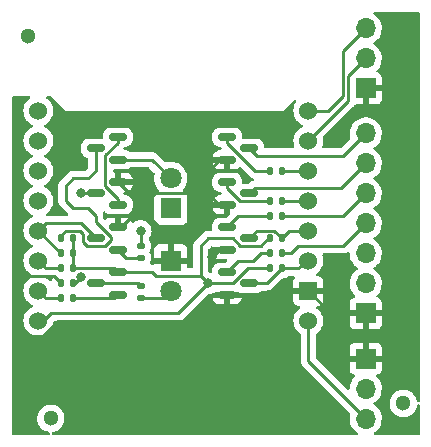
<source format=gbr>
%TF.GenerationSoftware,KiCad,Pcbnew,(6.0.6)*%
%TF.CreationDate,2022-12-26T19:12:46+01:00*%
%TF.ProjectId,ESPkamstrup,4553506b-616d-4737-9472-75702e6b6963,rev?*%
%TF.SameCoordinates,Original*%
%TF.FileFunction,Copper,L1,Top*%
%TF.FilePolarity,Positive*%
%FSLAX46Y46*%
G04 Gerber Fmt 4.6, Leading zero omitted, Abs format (unit mm)*
G04 Created by KiCad (PCBNEW (6.0.6)) date 2022-12-26 19:12:46*
%MOMM*%
%LPD*%
G01*
G04 APERTURE LIST*
G04 Aperture macros list*
%AMRoundRect*
0 Rectangle with rounded corners*
0 $1 Rounding radius*
0 $2 $3 $4 $5 $6 $7 $8 $9 X,Y pos of 4 corners*
0 Add a 4 corners polygon primitive as box body*
4,1,4,$2,$3,$4,$5,$6,$7,$8,$9,$2,$3,0*
0 Add four circle primitives for the rounded corners*
1,1,$1+$1,$2,$3*
1,1,$1+$1,$4,$5*
1,1,$1+$1,$6,$7*
1,1,$1+$1,$8,$9*
0 Add four rect primitives between the rounded corners*
20,1,$1+$1,$2,$3,$4,$5,0*
20,1,$1+$1,$4,$5,$6,$7,0*
20,1,$1+$1,$6,$7,$8,$9,0*
20,1,$1+$1,$8,$9,$2,$3,0*%
G04 Aperture macros list end*
%TA.AperFunction,SMDPad,CuDef*%
%ADD10RoundRect,0.150000X-0.587500X-0.150000X0.587500X-0.150000X0.587500X0.150000X-0.587500X0.150000X0*%
%TD*%
%TA.AperFunction,ComponentPad*%
%ADD11R,1.700000X1.700000*%
%TD*%
%TA.AperFunction,ComponentPad*%
%ADD12O,1.700000X1.700000*%
%TD*%
%TA.AperFunction,SMDPad,CuDef*%
%ADD13RoundRect,0.150000X0.587500X0.150000X-0.587500X0.150000X-0.587500X-0.150000X0.587500X-0.150000X0*%
%TD*%
%TA.AperFunction,ComponentPad*%
%ADD14C,1.524000*%
%TD*%
%TA.AperFunction,ComponentPad*%
%ADD15R,1.524000X1.524000*%
%TD*%
%TA.AperFunction,SMDPad,CuDef*%
%ADD16RoundRect,0.135000X0.135000X0.185000X-0.135000X0.185000X-0.135000X-0.185000X0.135000X-0.185000X0*%
%TD*%
%TA.AperFunction,SMDPad,CuDef*%
%ADD17RoundRect,0.135000X-0.185000X0.135000X-0.185000X-0.135000X0.185000X-0.135000X0.185000X0.135000X0*%
%TD*%
%TA.AperFunction,WasherPad*%
%ADD18C,1.300000*%
%TD*%
%TA.AperFunction,SMDPad,CuDef*%
%ADD19RoundRect,0.135000X0.185000X-0.135000X0.185000X0.135000X-0.185000X0.135000X-0.185000X-0.135000X0*%
%TD*%
%TA.AperFunction,ComponentPad*%
%ADD20R,1.800000X1.800000*%
%TD*%
%TA.AperFunction,ComponentPad*%
%ADD21C,1.800000*%
%TD*%
%TA.AperFunction,ViaPad*%
%ADD22C,0.800000*%
%TD*%
%TA.AperFunction,Conductor*%
%ADD23C,0.250000*%
%TD*%
G04 APERTURE END LIST*
D10*
%TO.P,Q8,1,B*%
%TO.N,Net-(Q8-Pad1)*%
X143842500Y-74615000D03*
%TO.P,Q8,2,E*%
%TO.N,GND*%
X143842500Y-76515000D03*
%TO.P,Q8,3,C*%
%TO.N,OUT2*%
X145717500Y-75565000D03*
%TD*%
D11*
%TO.P,J1,1,Pin_1*%
%TO.N,GND*%
X155575000Y-93360000D03*
D12*
%TO.P,J1,2,Pin_2*%
%TO.N,PulseIn*%
X155575000Y-95900000D03*
%TO.P,J1,3,Pin_3*%
%TO.N,+5V*%
X155575000Y-98440000D03*
%TD*%
D13*
%TO.P,Q3,1,B*%
%TO.N,Net-(Q3-Pad1)*%
X134590000Y-87945000D03*
%TO.P,Q3,2,E*%
%TO.N,+3V3*%
X134590000Y-86045000D03*
%TO.P,Q3,3,C*%
%TO.N,Net-(Q3-Pad3)*%
X132715000Y-86995000D03*
%TD*%
D14*
%TO.P,U1,1,RST*%
%TO.N,unconnected-(U1-Pad1)*%
X127855000Y-72390000D03*
%TO.P,U1,2,ADC*%
%TO.N,unconnected-(U1-Pad2)*%
X127855000Y-74930000D03*
%TO.P,U1,3,GPIO16*%
%TO.N,unconnected-(U1-Pad3)*%
X127855000Y-77470000D03*
%TO.P,U1,4,CLK_GPIO14*%
%TO.N,unconnected-(U1-Pad4)*%
X127855000Y-80010000D03*
%TO.P,U1,5,MISO_GPIO12*%
%TO.N,Net-(Q4-Pad3)*%
X127855000Y-82550000D03*
%TO.P,U1,6,MOSI_GPIO13*%
%TO.N,IR_RX*%
X127855000Y-85090000D03*
%TO.P,U1,7,CS_GPIO15*%
%TO.N,IR_TX*%
X127855000Y-87630000D03*
%TO.P,U1,8,3V3*%
%TO.N,+3V3*%
X127855000Y-90170000D03*
%TO.P,U1,9,5V*%
%TO.N,+5V*%
X150715000Y-90170000D03*
D15*
%TO.P,U1,10,GND*%
%TO.N,GND*%
X150715000Y-87630000D03*
D14*
%TO.P,U1,11,GPIO2*%
%TO.N,Net-(Q5-Pad3)*%
X150715000Y-85090000D03*
%TO.P,U1,12,GPIO0*%
%TO.N,Net-(Q6-Pad3)*%
X150715000Y-82550000D03*
%TO.P,U1,13,GPIO4*%
%TO.N,Net-(R12-Pad1)*%
X150715000Y-80010000D03*
%TO.P,U1,14,GPIO5*%
%TO.N,Net-(R13-Pad1)*%
X150715000Y-77470000D03*
%TO.P,U1,15,RxD0_GPIO3*%
%TO.N,RX*%
X150715000Y-74930000D03*
%TO.P,U1,16,TxD0_GPIO1*%
%TO.N,TX*%
X150715000Y-72390000D03*
%TD*%
D16*
%TO.P,R2,1*%
%TO.N,+3V3*%
X130810000Y-83185000D03*
%TO.P,R2,2*%
%TO.N,Net-(Q2-Pad3)*%
X129790000Y-83185000D03*
%TD*%
D13*
%TO.P,Q2,1,B*%
%TO.N,Net-(Q2-Pad1)*%
X134590000Y-76515000D03*
%TO.P,Q2,2,E*%
%TO.N,Net-(Q1-Pad1)*%
X134590000Y-74615000D03*
%TO.P,Q2,3,C*%
%TO.N,Net-(Q2-Pad3)*%
X132715000Y-75565000D03*
%TD*%
D16*
%TO.P,R8,1*%
%TO.N,Net-(Q5-Pad3)*%
X148465000Y-85725000D03*
%TO.P,R8,2*%
%TO.N,+3V3*%
X147445000Y-85725000D03*
%TD*%
D13*
%TO.P,Q4,1,B*%
%TO.N,Net-(Q4-Pad1)*%
X134590000Y-84135000D03*
%TO.P,Q4,2,E*%
%TO.N,GND*%
X134590000Y-82235000D03*
%TO.P,Q4,3,C*%
%TO.N,Net-(Q4-Pad3)*%
X132715000Y-83185000D03*
%TD*%
D17*
%TO.P,R5,1*%
%TO.N,Net-(Q3-Pad3)*%
X136525000Y-87245000D03*
%TO.P,R5,2*%
%TO.N,Net-(D2-Pad2)*%
X136525000Y-88265000D03*
%TD*%
D16*
%TO.P,R6,1*%
%TO.N,+3V3*%
X130810000Y-84455000D03*
%TO.P,R6,2*%
%TO.N,Net-(Q4-Pad3)*%
X129790000Y-84455000D03*
%TD*%
D10*
%TO.P,Q5,1,B*%
%TO.N,Net-(Q5-Pad1)*%
X143842500Y-86045000D03*
%TO.P,Q5,2,E*%
%TO.N,GND*%
X143842500Y-87945000D03*
%TO.P,Q5,3,C*%
%TO.N,Net-(Q5-Pad3)*%
X145717500Y-86995000D03*
%TD*%
D11*
%TO.P,J3,1,Pin_1*%
%TO.N,GND*%
X155575000Y-70485000D03*
D12*
%TO.P,J3,2,Pin_2*%
%TO.N,RX*%
X155575000Y-67945000D03*
%TO.P,J3,3,Pin_3*%
%TO.N,TX*%
X155575000Y-65405000D03*
%TD*%
D18*
%TO.P,,*%
%TO.N,*%
X128905000Y-98425000D03*
%TD*%
D13*
%TO.P,Q1,1,B*%
%TO.N,Net-(Q1-Pad1)*%
X134590000Y-80325000D03*
%TO.P,Q1,2,E*%
%TO.N,GND*%
X134590000Y-78425000D03*
%TO.P,Q1,3,C*%
%TO.N,IR_RX*%
X132715000Y-79375000D03*
%TD*%
D11*
%TO.P,J2,1,Pin_1*%
%TO.N,GND*%
X155575000Y-89535000D03*
D12*
%TO.P,J2,2,Pin_2*%
%TO.N,+3V3*%
X155575000Y-86995000D03*
%TO.P,J2,3,Pin_3*%
%TO.N,+5V*%
X155575000Y-84455000D03*
%TO.P,J2,4,Pin_4*%
%TO.N,IN1*%
X155575000Y-81915000D03*
%TO.P,J2,5,Pin_5*%
%TO.N,IN2*%
X155575000Y-79375000D03*
%TO.P,J2,6,Pin_6*%
%TO.N,OUT1*%
X155575000Y-76835000D03*
%TO.P,J2,7,Pin_7*%
%TO.N,OUT2*%
X155575000Y-74295000D03*
%TD*%
D10*
%TO.P,Q7,1,B*%
%TO.N,Net-(Q7-Pad1)*%
X143842500Y-78425000D03*
%TO.P,Q7,2,E*%
%TO.N,GND*%
X143842500Y-80325000D03*
%TO.P,Q7,3,C*%
%TO.N,OUT1*%
X145717500Y-79375000D03*
%TD*%
D16*
%TO.P,R12,1*%
%TO.N,Net-(R12-Pad1)*%
X148465000Y-80010000D03*
%TO.P,R12,2*%
%TO.N,Net-(Q7-Pad1)*%
X147445000Y-80010000D03*
%TD*%
%TO.P,R3,1*%
%TO.N,Net-(Q2-Pad1)*%
X130810000Y-86995000D03*
%TO.P,R3,2*%
%TO.N,GND*%
X129790000Y-86995000D03*
%TD*%
%TO.P,R10,1*%
%TO.N,IN2*%
X148465000Y-81280000D03*
%TO.P,R10,2*%
%TO.N,Net-(Q6-Pad1)*%
X147445000Y-81280000D03*
%TD*%
%TO.P,R9,1*%
%TO.N,IN1*%
X148465000Y-84455000D03*
%TO.P,R9,2*%
%TO.N,Net-(Q5-Pad1)*%
X147445000Y-84455000D03*
%TD*%
%TO.P,R13,1*%
%TO.N,Net-(R13-Pad1)*%
X148465000Y-77470000D03*
%TO.P,R13,2*%
%TO.N,Net-(Q8-Pad1)*%
X147445000Y-77470000D03*
%TD*%
%TO.P,R7,1*%
%TO.N,Net-(Q3-Pad1)*%
X130810000Y-88265000D03*
%TO.P,R7,2*%
%TO.N,IR_TX*%
X129790000Y-88265000D03*
%TD*%
D18*
%TO.P,,*%
%TO.N,*%
X158750000Y-97155000D03*
%TD*%
%TO.P,,*%
%TO.N,*%
X127000000Y-66040000D03*
%TD*%
D10*
%TO.P,Q6,1,B*%
%TO.N,Net-(Q6-Pad1)*%
X143842500Y-82235000D03*
%TO.P,Q6,2,E*%
%TO.N,GND*%
X143842500Y-84135000D03*
%TO.P,Q6,3,C*%
%TO.N,Net-(Q6-Pad3)*%
X145717500Y-83185000D03*
%TD*%
D19*
%TO.P,R4,1*%
%TO.N,Net-(Q4-Pad1)*%
X136525000Y-84840000D03*
%TO.P,R4,2*%
%TO.N,PulseIn*%
X136525000Y-83820000D03*
%TD*%
D16*
%TO.P,R11,1*%
%TO.N,Net-(Q6-Pad3)*%
X148465000Y-83185000D03*
%TO.P,R11,2*%
%TO.N,+3V3*%
X147445000Y-83185000D03*
%TD*%
%TO.P,R1,1*%
%TO.N,+3V3*%
X130810000Y-85725000D03*
%TO.P,R1,2*%
%TO.N,IR_RX*%
X129790000Y-85725000D03*
%TD*%
D20*
%TO.P,D1,1,K*%
%TO.N,IR_TX*%
X139065000Y-80650000D03*
D21*
%TO.P,D1,2,A*%
%TO.N,Net-(Q2-Pad1)*%
X139065000Y-78110000D03*
%TD*%
D20*
%TO.P,D2,1,K*%
%TO.N,GND*%
X139065000Y-85090000D03*
D21*
%TO.P,D2,2,A*%
%TO.N,Net-(D2-Pad2)*%
X139065000Y-87630000D03*
%TD*%
D22*
%TO.N,+3V3*%
X142240000Y-86995000D03*
%TO.N,GND*%
X142557500Y-84772500D03*
X142240000Y-77470000D03*
%TO.N,PulseIn*%
X136525000Y-82550000D03*
%TO.N,IR_RX*%
X131445000Y-79375000D03*
%TO.N,Net-(Q2-Pad1)*%
X131490844Y-86449500D03*
%TD*%
D23*
%TO.N,+3V3*%
X130810000Y-84455000D02*
X130810000Y-85725000D01*
X147445000Y-83185000D02*
X147320000Y-83185000D01*
X127855000Y-90170000D02*
X128270000Y-90170000D01*
X128270000Y-90170000D02*
X128905000Y-89535000D01*
X134590000Y-86045000D02*
X137480000Y-86045000D01*
X144301751Y-83185000D02*
X142240000Y-83185000D01*
X141605000Y-83820000D02*
X141605000Y-86360000D01*
X130810000Y-85725000D02*
X134270000Y-85725000D01*
X128905000Y-89535000D02*
X139700000Y-89535000D01*
X144301751Y-86995000D02*
X142240000Y-86995000D01*
X147445000Y-85725000D02*
X145571751Y-85725000D01*
X146685000Y-83820000D02*
X144936751Y-83820000D01*
X144936751Y-83820000D02*
X144301751Y-83185000D01*
X141605000Y-86360000D02*
X142240000Y-86995000D01*
X142240000Y-83185000D02*
X141605000Y-83820000D01*
X130810000Y-83185000D02*
X130810000Y-84455000D01*
X137480000Y-86045000D02*
X137795000Y-86360000D01*
X137795000Y-86360000D02*
X141605000Y-86360000D01*
X147320000Y-83185000D02*
X146685000Y-83820000D01*
X134270000Y-85725000D02*
X134590000Y-86045000D01*
X139700000Y-89535000D02*
X142240000Y-86995000D01*
X145571751Y-85725000D02*
X144301751Y-86995000D01*
%TO.N,IR_TX*%
X128490000Y-88265000D02*
X127855000Y-87630000D01*
X129790000Y-88265000D02*
X128490000Y-88265000D01*
%TO.N,GND*%
X129155000Y-86360000D02*
X127000000Y-86360000D01*
X143842500Y-84135000D02*
X143195000Y-84135000D01*
X147005000Y-87945000D02*
X147320000Y-87630000D01*
X128270000Y-91440000D02*
X129540000Y-90170000D01*
X142240000Y-77470000D02*
X142240000Y-79375000D01*
X134590000Y-78425000D02*
X136615000Y-80450000D01*
X143842500Y-87945000D02*
X147005000Y-87945000D01*
X139065000Y-85090000D02*
X139065000Y-83185000D01*
X129540000Y-90170000D02*
X140335000Y-90170000D01*
X134590000Y-82235000D02*
X134830000Y-82235000D01*
X143842500Y-76515000D02*
X143195000Y-76515000D01*
X147320000Y-87630000D02*
X150715000Y-87630000D01*
X137690000Y-79375000D02*
X142240000Y-79375000D01*
X126365000Y-86995000D02*
X126365000Y-90805000D01*
X134830000Y-82235000D02*
X136472500Y-80592500D01*
X137690000Y-79375000D02*
X136615000Y-80450000D01*
X142240000Y-79375000D02*
X143190000Y-80325000D01*
X127000000Y-86360000D02*
X126365000Y-86995000D01*
X127000000Y-91440000D02*
X128270000Y-91440000D01*
X155575000Y-89535000D02*
X155575000Y-93360000D01*
X136472500Y-80592500D02*
X136615000Y-80450000D01*
X143190000Y-80325000D02*
X143842500Y-80325000D01*
X142560000Y-87945000D02*
X143842500Y-87945000D01*
X152620000Y-89535000D02*
X150715000Y-87630000D01*
X140335000Y-90170000D02*
X142560000Y-87945000D01*
X143195000Y-84135000D02*
X142557500Y-84772500D01*
X155575000Y-89535000D02*
X152620000Y-89535000D01*
X126365000Y-90805000D02*
X127000000Y-91440000D01*
X143195000Y-76515000D02*
X142240000Y-77470000D01*
X139065000Y-83185000D02*
X136472500Y-80592500D01*
X129790000Y-86995000D02*
X129155000Y-86360000D01*
%TO.N,Net-(D2-Pad2)*%
X138430000Y-88265000D02*
X139065000Y-87630000D01*
X136525000Y-88265000D02*
X138430000Y-88265000D01*
%TO.N,RX*%
X154101778Y-69418222D02*
X155575000Y-67945000D01*
X154101778Y-71543222D02*
X154101778Y-69418222D01*
X150715000Y-74930000D02*
X154101778Y-71543222D01*
%TO.N,Net-(Q3-Pad1)*%
X134270000Y-88265000D02*
X134590000Y-87945000D01*
X130810000Y-88265000D02*
X134270000Y-88265000D01*
%TO.N,Net-(Q4-Pad1)*%
X136525000Y-84840000D02*
X135295000Y-84840000D01*
X135295000Y-84840000D02*
X134590000Y-84135000D01*
%TO.N,PulseIn*%
X136525000Y-83820000D02*
X136525000Y-82550000D01*
%TO.N,+5V*%
X155575000Y-98440000D02*
X153670000Y-96535000D01*
X153670000Y-96535000D02*
X153670000Y-96520000D01*
X153670000Y-96520000D02*
X150715000Y-93565000D01*
X150715000Y-93565000D02*
X150715000Y-90170000D01*
%TO.N,IR_RX*%
X127855000Y-85090000D02*
X128490000Y-85725000D01*
X132715000Y-79375000D02*
X131445000Y-79375000D01*
X128490000Y-85725000D02*
X129790000Y-85725000D01*
%TO.N,Net-(Q5-Pad1)*%
X146050000Y-85090000D02*
X146685000Y-84455000D01*
X143842500Y-86045000D02*
X143842500Y-86027500D01*
X144780000Y-85090000D02*
X146050000Y-85090000D01*
X146685000Y-84455000D02*
X147445000Y-84455000D01*
X143842500Y-86027500D02*
X144780000Y-85090000D01*
%TO.N,Net-(Q2-Pad1)*%
X134590000Y-76515000D02*
X137470000Y-76515000D01*
X130945344Y-86995000D02*
X131490844Y-86449500D01*
X130810000Y-86995000D02*
X130945344Y-86995000D01*
X137470000Y-76515000D02*
X139065000Y-78110000D01*
%TO.N,Net-(Q6-Pad1)*%
X144797500Y-81280000D02*
X143842500Y-82235000D01*
X147445000Y-81280000D02*
X144797500Y-81280000D01*
%TO.N,Net-(Q5-Pad3)*%
X150495000Y-85090000D02*
X149860000Y-85725000D01*
X149860000Y-85725000D02*
X148465000Y-85725000D01*
X147195000Y-86995000D02*
X148465000Y-85725000D01*
X145717500Y-86995000D02*
X147195000Y-86995000D01*
X150715000Y-85090000D02*
X150495000Y-85090000D01*
%TO.N,Net-(Q7-Pad1)*%
X147445000Y-80010000D02*
X144936751Y-80010000D01*
X143842500Y-78425000D02*
X143842500Y-78915749D01*
X144936751Y-80010000D02*
X143842500Y-78915749D01*
%TO.N,Net-(Q1-Pad1)*%
X133527500Y-78771751D02*
X133527500Y-76168249D01*
X134590000Y-80325000D02*
X134590000Y-79834251D01*
X134590000Y-75105749D02*
X134590000Y-74615000D01*
X133527500Y-76168249D02*
X134590000Y-75105749D01*
X134590000Y-79834251D02*
X133527500Y-78771751D01*
%TO.N,Net-(Q2-Pad3)*%
X130175000Y-80010000D02*
X130810000Y-80645000D01*
X132715000Y-77470000D02*
X132080000Y-78105000D01*
X130810000Y-78105000D02*
X130175000Y-78740000D01*
X131940749Y-83820000D02*
X133495749Y-83820000D01*
X132080000Y-80645000D02*
X131445000Y-80645000D01*
X132715000Y-81775749D02*
X132715000Y-81280000D01*
X130175000Y-79375000D02*
X130175000Y-80010000D01*
X130185000Y-82540000D02*
X131354251Y-82540000D01*
X130175000Y-78740000D02*
X130175000Y-79375000D01*
X133495749Y-83820000D02*
X133985000Y-83330749D01*
X132715000Y-81280000D02*
X132080000Y-80645000D01*
X133985000Y-83045749D02*
X132715000Y-81775749D01*
X130810000Y-80645000D02*
X131445000Y-80645000D01*
X131652500Y-83531751D02*
X131940749Y-83820000D01*
X132080000Y-78105000D02*
X131445000Y-78105000D01*
X131354251Y-82540000D02*
X131652500Y-82838249D01*
X129790000Y-82935000D02*
X130185000Y-82540000D01*
X133985000Y-83330749D02*
X133985000Y-83045749D01*
X131652500Y-82838249D02*
X131652500Y-83531751D01*
X131445000Y-78105000D02*
X130810000Y-78105000D01*
X129790000Y-83185000D02*
X129790000Y-82935000D01*
X132715000Y-75565000D02*
X132715000Y-77470000D01*
%TO.N,Net-(Q3-Pad3)*%
X136275000Y-86995000D02*
X136525000Y-87245000D01*
X132715000Y-86995000D02*
X136275000Y-86995000D01*
%TO.N,Net-(Q4-Pad3)*%
X132715000Y-83185000D02*
X131445000Y-81915000D01*
X129760000Y-84455000D02*
X129790000Y-84455000D01*
X127855000Y-82550000D02*
X129760000Y-84455000D01*
X131445000Y-81915000D02*
X128490000Y-81915000D01*
X128490000Y-81915000D02*
X127855000Y-82550000D01*
%TO.N,Net-(Q8-Pad1)*%
X143842500Y-74615000D02*
X143842500Y-75105749D01*
X146206751Y-77470000D02*
X147445000Y-77470000D01*
X143842500Y-75105749D02*
X146206751Y-77470000D01*
%TO.N,IN1*%
X153670000Y-83820000D02*
X155575000Y-81915000D01*
X149225000Y-84455000D02*
X149860000Y-83820000D01*
X148465000Y-84455000D02*
X149225000Y-84455000D01*
X149860000Y-83820000D02*
X153670000Y-83820000D01*
%TO.N,IN2*%
X153670000Y-81280000D02*
X155575000Y-79375000D01*
X148465000Y-81280000D02*
X153670000Y-81280000D01*
%TO.N,Net-(Q6-Pad3)*%
X146685000Y-82550000D02*
X146695000Y-82540000D01*
X149100000Y-82550000D02*
X150715000Y-82550000D01*
X147820000Y-82540000D02*
X148465000Y-83185000D01*
X146352500Y-82550000D02*
X146685000Y-82550000D01*
X146695000Y-82540000D02*
X147820000Y-82540000D01*
X145717500Y-83185000D02*
X146352500Y-82550000D01*
X148465000Y-83185000D02*
X149100000Y-82550000D01*
%TO.N,Net-(R12-Pad1)*%
X148465000Y-80010000D02*
X150715000Y-80010000D01*
%TO.N,TX*%
X150715000Y-72390000D02*
X152400000Y-72390000D01*
X153651778Y-71138222D02*
X153651778Y-67328222D01*
X153651778Y-67328222D02*
X155575000Y-65405000D01*
X152400000Y-72390000D02*
X153651778Y-71138222D01*
%TO.N,OUT1*%
X146169500Y-78923000D02*
X153487000Y-78923000D01*
X153487000Y-78923000D02*
X155575000Y-76835000D01*
X145717500Y-79375000D02*
X146169500Y-78923000D01*
%TO.N,OUT2*%
X155575000Y-74295000D02*
X153670000Y-76200000D01*
X153670000Y-76200000D02*
X146352500Y-76200000D01*
X146352500Y-76200000D02*
X145717500Y-75565000D01*
%TO.N,Net-(R13-Pad1)*%
X148465000Y-77470000D02*
X150715000Y-77470000D01*
%TD*%
%TA.AperFunction,Conductor*%
%TO.N,GND*%
G36*
X160088621Y-64028502D02*
G01*
X160135114Y-64082158D01*
X160146500Y-64134500D01*
X160146500Y-96942852D01*
X160126498Y-97010973D01*
X160072842Y-97057466D01*
X160002568Y-97067570D01*
X159937988Y-97038076D01*
X159899604Y-96978350D01*
X159895029Y-96954382D01*
X159894510Y-96948729D01*
X159894509Y-96948725D01*
X159893981Y-96942976D01*
X159878943Y-96889654D01*
X159837754Y-96743611D01*
X159837753Y-96743609D01*
X159836186Y-96738052D01*
X159742015Y-96547092D01*
X159614622Y-96376491D01*
X159458271Y-96231963D01*
X159278201Y-96118347D01*
X159080441Y-96039449D01*
X159074781Y-96038323D01*
X159074777Y-96038322D01*
X158877282Y-95999038D01*
X158877280Y-95999038D01*
X158871615Y-95997911D01*
X158865840Y-95997835D01*
X158865836Y-95997835D01*
X158759161Y-95996439D01*
X158658716Y-95995124D01*
X158653019Y-95996103D01*
X158653018Y-95996103D01*
X158454564Y-96030203D01*
X158454561Y-96030204D01*
X158448874Y-96031181D01*
X158249116Y-96104875D01*
X158066134Y-96213739D01*
X157906054Y-96354125D01*
X157774238Y-96521333D01*
X157771549Y-96526444D01*
X157771547Y-96526447D01*
X157734197Y-96597438D01*
X157675100Y-96709762D01*
X157673386Y-96715283D01*
X157673384Y-96715287D01*
X157653510Y-96779292D01*
X157611961Y-96913102D01*
X157586936Y-97124544D01*
X157600861Y-97337006D01*
X157602282Y-97342602D01*
X157602283Y-97342607D01*
X157641972Y-97498880D01*
X157653272Y-97543372D01*
X157655689Y-97548615D01*
X157692389Y-97628223D01*
X157742411Y-97736731D01*
X157865296Y-97910609D01*
X157869430Y-97914636D01*
X157995698Y-98037641D01*
X158017809Y-98059181D01*
X158022605Y-98062386D01*
X158022608Y-98062388D01*
X158091547Y-98108451D01*
X158194843Y-98177471D01*
X158200146Y-98179749D01*
X158200149Y-98179751D01*
X158293208Y-98219732D01*
X158390470Y-98261519D01*
X158466316Y-98278681D01*
X158592501Y-98307234D01*
X158592506Y-98307235D01*
X158598138Y-98308509D01*
X158603909Y-98308736D01*
X158603911Y-98308736D01*
X158665252Y-98311146D01*
X158810891Y-98316869D01*
X158816600Y-98316041D01*
X158816604Y-98316041D01*
X159015890Y-98287145D01*
X159015894Y-98287144D01*
X159021605Y-98286316D01*
X159223223Y-98217876D01*
X159408993Y-98113840D01*
X159572693Y-97977693D01*
X159708840Y-97813993D01*
X159812876Y-97628223D01*
X159881316Y-97426605D01*
X159886864Y-97388347D01*
X159895804Y-97326686D01*
X159925374Y-97262141D01*
X159985146Y-97223829D01*
X160056143Y-97223913D01*
X160115823Y-97262368D01*
X160145239Y-97326984D01*
X160146500Y-97344767D01*
X160146500Y-99695500D01*
X160126498Y-99763621D01*
X160072842Y-99810114D01*
X160020500Y-99821500D01*
X156371362Y-99821500D01*
X156303241Y-99801498D01*
X156256748Y-99747842D01*
X156246644Y-99677568D01*
X156276138Y-99612988D01*
X156298194Y-99592921D01*
X156323874Y-99574604D01*
X156454860Y-99481173D01*
X156613096Y-99323489D01*
X156672594Y-99240689D01*
X156740435Y-99146277D01*
X156743453Y-99142077D01*
X156769967Y-99088431D01*
X156840136Y-98946453D01*
X156840137Y-98946451D01*
X156842430Y-98941811D01*
X156907370Y-98728069D01*
X156936529Y-98506590D01*
X156938156Y-98440000D01*
X156919852Y-98217361D01*
X156865431Y-98000702D01*
X156776354Y-97795840D01*
X156665267Y-97624125D01*
X156657822Y-97612617D01*
X156657820Y-97612614D01*
X156655014Y-97608277D01*
X156504670Y-97443051D01*
X156500619Y-97439852D01*
X156500615Y-97439848D01*
X156333414Y-97307800D01*
X156333410Y-97307798D01*
X156329359Y-97304598D01*
X156288053Y-97281796D01*
X156238084Y-97231364D01*
X156223312Y-97161921D01*
X156248428Y-97095516D01*
X156275780Y-97068909D01*
X156357003Y-97010973D01*
X156454860Y-96941173D01*
X156492814Y-96903352D01*
X156609435Y-96787137D01*
X156613096Y-96783489D01*
X156743453Y-96602077D01*
X156780832Y-96526447D01*
X156840136Y-96406453D01*
X156840137Y-96406451D01*
X156842430Y-96401811D01*
X156874900Y-96294940D01*
X156905865Y-96193023D01*
X156905865Y-96193021D01*
X156907370Y-96188069D01*
X156936529Y-95966590D01*
X156938156Y-95900000D01*
X156919852Y-95677361D01*
X156865431Y-95460702D01*
X156776354Y-95255840D01*
X156655014Y-95068277D01*
X156651540Y-95064459D01*
X156651533Y-95064450D01*
X156507435Y-94906088D01*
X156476383Y-94842242D01*
X156484779Y-94771744D01*
X156529956Y-94716976D01*
X156556400Y-94703307D01*
X156663052Y-94663325D01*
X156678649Y-94654786D01*
X156780724Y-94578285D01*
X156793285Y-94565724D01*
X156869786Y-94463649D01*
X156878324Y-94448054D01*
X156923478Y-94327606D01*
X156927105Y-94312351D01*
X156932631Y-94261486D01*
X156933000Y-94254672D01*
X156933000Y-93632115D01*
X156928525Y-93616876D01*
X156927135Y-93615671D01*
X156919452Y-93614000D01*
X154235116Y-93614000D01*
X154219877Y-93618475D01*
X154218672Y-93619865D01*
X154217001Y-93627548D01*
X154217001Y-94254669D01*
X154217371Y-94261490D01*
X154222895Y-94312352D01*
X154226521Y-94327604D01*
X154271676Y-94448054D01*
X154280214Y-94463649D01*
X154356715Y-94565724D01*
X154369276Y-94578285D01*
X154471351Y-94654786D01*
X154486946Y-94663324D01*
X154595827Y-94704142D01*
X154652591Y-94746784D01*
X154677291Y-94813345D01*
X154662083Y-94882694D01*
X154642691Y-94909175D01*
X154519200Y-95038401D01*
X154515629Y-95042138D01*
X154389743Y-95226680D01*
X154295688Y-95429305D01*
X154235989Y-95644570D01*
X154212251Y-95866695D01*
X154212271Y-95867050D01*
X154191039Y-95933330D01*
X154136264Y-95978499D01*
X154065765Y-95986885D01*
X153997641Y-95951737D01*
X152709230Y-94663325D01*
X151385405Y-93339500D01*
X151351379Y-93277188D01*
X151348500Y-93250405D01*
X151348500Y-93087885D01*
X154217000Y-93087885D01*
X154221475Y-93103124D01*
X154222865Y-93104329D01*
X154230548Y-93106000D01*
X155302885Y-93106000D01*
X155318124Y-93101525D01*
X155319329Y-93100135D01*
X155321000Y-93092452D01*
X155321000Y-93087885D01*
X155829000Y-93087885D01*
X155833475Y-93103124D01*
X155834865Y-93104329D01*
X155842548Y-93106000D01*
X156914884Y-93106000D01*
X156930123Y-93101525D01*
X156931328Y-93100135D01*
X156932999Y-93092452D01*
X156932999Y-92465331D01*
X156932629Y-92458510D01*
X156927105Y-92407648D01*
X156923479Y-92392396D01*
X156878324Y-92271946D01*
X156869786Y-92256351D01*
X156793285Y-92154276D01*
X156780724Y-92141715D01*
X156678649Y-92065214D01*
X156663054Y-92056676D01*
X156542606Y-92011522D01*
X156527351Y-92007895D01*
X156476486Y-92002369D01*
X156469672Y-92002000D01*
X155847115Y-92002000D01*
X155831876Y-92006475D01*
X155830671Y-92007865D01*
X155829000Y-92015548D01*
X155829000Y-93087885D01*
X155321000Y-93087885D01*
X155321000Y-92020116D01*
X155316525Y-92004877D01*
X155315135Y-92003672D01*
X155307452Y-92002001D01*
X154680331Y-92002001D01*
X154673510Y-92002371D01*
X154622648Y-92007895D01*
X154607396Y-92011521D01*
X154486946Y-92056676D01*
X154471351Y-92065214D01*
X154369276Y-92141715D01*
X154356715Y-92154276D01*
X154280214Y-92256351D01*
X154271676Y-92271946D01*
X154226522Y-92392394D01*
X154222895Y-92407649D01*
X154217369Y-92458514D01*
X154217000Y-92465328D01*
X154217000Y-93087885D01*
X151348500Y-93087885D01*
X151348500Y-91343004D01*
X151368502Y-91274883D01*
X151402229Y-91239791D01*
X151530270Y-91150136D01*
X151530273Y-91150134D01*
X151534781Y-91146977D01*
X151691977Y-90989781D01*
X151759745Y-90892999D01*
X151816331Y-90812185D01*
X151816332Y-90812183D01*
X151819488Y-90807676D01*
X151821811Y-90802694D01*
X151821814Y-90802689D01*
X151911117Y-90611178D01*
X151911118Y-90611177D01*
X151913440Y-90606196D01*
X151960741Y-90429669D01*
X154217001Y-90429669D01*
X154217371Y-90436490D01*
X154222895Y-90487352D01*
X154226521Y-90502604D01*
X154271676Y-90623054D01*
X154280214Y-90638649D01*
X154356715Y-90740724D01*
X154369276Y-90753285D01*
X154471351Y-90829786D01*
X154486946Y-90838324D01*
X154607394Y-90883478D01*
X154622649Y-90887105D01*
X154673514Y-90892631D01*
X154680328Y-90893000D01*
X155302885Y-90893000D01*
X155318124Y-90888525D01*
X155319329Y-90887135D01*
X155321000Y-90879452D01*
X155321000Y-90874884D01*
X155829000Y-90874884D01*
X155833475Y-90890123D01*
X155834865Y-90891328D01*
X155842548Y-90892999D01*
X156469669Y-90892999D01*
X156476490Y-90892629D01*
X156527352Y-90887105D01*
X156542604Y-90883479D01*
X156663054Y-90838324D01*
X156678649Y-90829786D01*
X156780724Y-90753285D01*
X156793285Y-90740724D01*
X156869786Y-90638649D01*
X156878324Y-90623054D01*
X156923478Y-90502606D01*
X156927105Y-90487351D01*
X156932631Y-90436486D01*
X156933000Y-90429672D01*
X156933000Y-89807115D01*
X156928525Y-89791876D01*
X156927135Y-89790671D01*
X156919452Y-89789000D01*
X155847115Y-89789000D01*
X155831876Y-89793475D01*
X155830671Y-89794865D01*
X155829000Y-89802548D01*
X155829000Y-90874884D01*
X155321000Y-90874884D01*
X155321000Y-89807115D01*
X155316525Y-89791876D01*
X155315135Y-89790671D01*
X155307452Y-89789000D01*
X154235116Y-89789000D01*
X154219877Y-89793475D01*
X154218672Y-89794865D01*
X154217001Y-89802548D01*
X154217001Y-90429669D01*
X151960741Y-90429669D01*
X151970978Y-90391463D01*
X151990353Y-90170000D01*
X151970978Y-89948537D01*
X151929429Y-89793475D01*
X151914863Y-89739114D01*
X151914862Y-89739112D01*
X151913440Y-89733804D01*
X151911117Y-89728822D01*
X151821814Y-89537311D01*
X151821811Y-89537306D01*
X151819488Y-89532324D01*
X151691977Y-89350219D01*
X151534781Y-89193023D01*
X151530273Y-89189866D01*
X151530270Y-89189864D01*
X151443650Y-89129212D01*
X151399322Y-89073755D01*
X151392013Y-89003135D01*
X151424044Y-88939775D01*
X151485245Y-88903790D01*
X151515921Y-88899999D01*
X151521669Y-88899999D01*
X151528490Y-88899629D01*
X151579352Y-88894105D01*
X151594604Y-88890479D01*
X151715054Y-88845324D01*
X151730649Y-88836786D01*
X151832724Y-88760285D01*
X151845285Y-88747724D01*
X151921786Y-88645649D01*
X151930324Y-88630054D01*
X151975478Y-88509606D01*
X151979105Y-88494351D01*
X151984631Y-88443486D01*
X151985000Y-88436672D01*
X151985000Y-87902115D01*
X151980525Y-87886876D01*
X151979135Y-87885671D01*
X151971452Y-87884000D01*
X149463116Y-87884000D01*
X149447877Y-87888475D01*
X149446672Y-87889865D01*
X149445001Y-87897548D01*
X149445001Y-88436669D01*
X149445371Y-88443490D01*
X149450895Y-88494352D01*
X149454521Y-88509604D01*
X149499676Y-88630054D01*
X149508214Y-88645649D01*
X149584715Y-88747724D01*
X149597276Y-88760285D01*
X149699351Y-88836786D01*
X149714946Y-88845324D01*
X149835394Y-88890478D01*
X149850649Y-88894105D01*
X149901514Y-88899631D01*
X149908328Y-88900000D01*
X149914078Y-88900000D01*
X149982199Y-88920002D01*
X150028692Y-88973658D01*
X150038796Y-89043932D01*
X150009302Y-89108512D01*
X149986349Y-89129213D01*
X149899730Y-89189864D01*
X149899727Y-89189866D01*
X149895219Y-89193023D01*
X149738023Y-89350219D01*
X149610512Y-89532324D01*
X149608189Y-89537306D01*
X149608186Y-89537311D01*
X149518883Y-89728822D01*
X149516560Y-89733804D01*
X149515138Y-89739112D01*
X149515137Y-89739114D01*
X149500571Y-89793475D01*
X149459022Y-89948537D01*
X149439647Y-90170000D01*
X149459022Y-90391463D01*
X149516560Y-90606196D01*
X149518882Y-90611177D01*
X149518883Y-90611178D01*
X149608186Y-90802689D01*
X149608189Y-90802694D01*
X149610512Y-90807676D01*
X149613668Y-90812183D01*
X149613669Y-90812185D01*
X149670256Y-90892999D01*
X149738023Y-90989781D01*
X149895219Y-91146977D01*
X149899727Y-91150134D01*
X149899730Y-91150136D01*
X150027771Y-91239791D01*
X150072099Y-91295248D01*
X150081500Y-91343004D01*
X150081500Y-93486233D01*
X150080973Y-93497416D01*
X150079298Y-93504909D01*
X150079547Y-93512835D01*
X150079547Y-93512836D01*
X150081438Y-93572986D01*
X150081500Y-93576945D01*
X150081500Y-93604856D01*
X150081997Y-93608790D01*
X150081997Y-93608791D01*
X150082005Y-93608856D01*
X150082938Y-93620693D01*
X150084327Y-93664889D01*
X150089978Y-93684339D01*
X150093987Y-93703700D01*
X150096526Y-93723797D01*
X150099445Y-93731168D01*
X150099445Y-93731170D01*
X150112804Y-93764912D01*
X150116649Y-93776142D01*
X150128982Y-93818593D01*
X150133015Y-93825412D01*
X150133017Y-93825417D01*
X150139293Y-93836028D01*
X150147988Y-93853776D01*
X150155448Y-93872617D01*
X150160110Y-93879033D01*
X150160110Y-93879034D01*
X150181436Y-93908387D01*
X150187952Y-93918307D01*
X150210458Y-93956362D01*
X150224779Y-93970683D01*
X150237619Y-93985716D01*
X150249528Y-94002107D01*
X150255634Y-94007158D01*
X150283605Y-94030298D01*
X150292384Y-94038288D01*
X153132491Y-96878396D01*
X153151850Y-96903352D01*
X153165458Y-96926362D01*
X153179779Y-96940683D01*
X153192619Y-96955716D01*
X153204528Y-96972107D01*
X153238605Y-97000298D01*
X153247384Y-97008288D01*
X154224778Y-97985682D01*
X154258804Y-98047994D01*
X154257100Y-98108448D01*
X154235989Y-98184570D01*
X154235441Y-98189700D01*
X154235440Y-98189704D01*
X154232338Y-98218730D01*
X154212251Y-98406695D01*
X154212548Y-98411848D01*
X154212548Y-98411851D01*
X154218011Y-98506590D01*
X154225110Y-98629715D01*
X154226247Y-98634761D01*
X154226248Y-98634767D01*
X154241417Y-98702075D01*
X154274222Y-98847639D01*
X154358266Y-99054616D01*
X154474987Y-99245088D01*
X154621250Y-99413938D01*
X154793126Y-99556632D01*
X154817379Y-99570804D01*
X154844602Y-99586712D01*
X154893326Y-99638350D01*
X154906397Y-99708133D01*
X154879666Y-99773905D01*
X154821619Y-99814784D01*
X154781032Y-99821500D01*
X129094767Y-99821500D01*
X129026646Y-99801498D01*
X128980153Y-99747842D01*
X128970049Y-99677568D01*
X128999543Y-99612988D01*
X129059269Y-99574604D01*
X129076686Y-99570804D01*
X129170890Y-99557145D01*
X129170894Y-99557144D01*
X129176605Y-99556316D01*
X129378223Y-99487876D01*
X129563993Y-99383840D01*
X129727693Y-99247693D01*
X129863840Y-99083993D01*
X129967876Y-98898223D01*
X130036316Y-98696605D01*
X130045283Y-98634767D01*
X130066337Y-98489561D01*
X130066337Y-98489559D01*
X130066869Y-98485891D01*
X130068463Y-98425000D01*
X130053559Y-98262794D01*
X130049510Y-98218730D01*
X130049509Y-98218727D01*
X130048981Y-98212976D01*
X130038998Y-98177579D01*
X129992754Y-98013611D01*
X129992753Y-98013609D01*
X129991186Y-98008052D01*
X129987562Y-98000702D01*
X129899570Y-97822273D01*
X129897015Y-97817092D01*
X129884693Y-97800590D01*
X129773074Y-97651114D01*
X129769622Y-97646491D01*
X129613271Y-97501963D01*
X129433201Y-97388347D01*
X129235441Y-97309449D01*
X129229781Y-97308323D01*
X129229777Y-97308322D01*
X129032282Y-97269038D01*
X129032280Y-97269038D01*
X129026615Y-97267911D01*
X129020840Y-97267835D01*
X129020836Y-97267835D01*
X128914161Y-97266439D01*
X128813716Y-97265124D01*
X128808019Y-97266103D01*
X128808018Y-97266103D01*
X128609564Y-97300203D01*
X128609561Y-97300204D01*
X128603874Y-97301181D01*
X128404116Y-97374875D01*
X128221134Y-97483739D01*
X128061054Y-97624125D01*
X127929238Y-97791333D01*
X127926549Y-97796444D01*
X127926547Y-97796447D01*
X127872085Y-97899961D01*
X127830100Y-97979762D01*
X127828386Y-97985283D01*
X127828384Y-97985287D01*
X127787592Y-98116659D01*
X127766961Y-98183102D01*
X127741936Y-98394544D01*
X127755861Y-98607006D01*
X127757282Y-98612602D01*
X127757283Y-98612607D01*
X127806851Y-98807777D01*
X127808272Y-98813372D01*
X127810689Y-98818615D01*
X127847389Y-98898223D01*
X127897411Y-99006731D01*
X128020296Y-99180609D01*
X128172809Y-99329181D01*
X128177605Y-99332386D01*
X128177608Y-99332388D01*
X128249088Y-99380149D01*
X128349843Y-99447471D01*
X128355146Y-99449749D01*
X128355149Y-99449751D01*
X128437324Y-99485056D01*
X128545470Y-99531519D01*
X128727055Y-99572607D01*
X128789081Y-99607150D01*
X128822586Y-99669743D01*
X128816932Y-99740514D01*
X128773913Y-99796993D01*
X128707189Y-99821249D01*
X128699247Y-99821500D01*
X125729500Y-99821500D01*
X125661379Y-99801498D01*
X125614886Y-99747842D01*
X125603500Y-99695500D01*
X125603500Y-71246000D01*
X125623502Y-71177879D01*
X125677158Y-71131386D01*
X125729500Y-71120000D01*
X127054078Y-71120000D01*
X127122199Y-71140002D01*
X127168692Y-71193658D01*
X127178796Y-71263932D01*
X127149302Y-71328512D01*
X127126349Y-71349213D01*
X127039730Y-71409864D01*
X127039727Y-71409866D01*
X127035219Y-71413023D01*
X126878023Y-71570219D01*
X126874866Y-71574727D01*
X126874864Y-71574730D01*
X126785209Y-71702771D01*
X126750512Y-71752324D01*
X126748189Y-71757306D01*
X126748186Y-71757311D01*
X126670307Y-71924323D01*
X126656560Y-71953804D01*
X126655138Y-71959112D01*
X126655137Y-71959114D01*
X126654935Y-71959869D01*
X126599022Y-72168537D01*
X126579647Y-72390000D01*
X126599022Y-72611463D01*
X126656560Y-72826196D01*
X126658882Y-72831177D01*
X126658883Y-72831178D01*
X126748186Y-73022689D01*
X126748189Y-73022694D01*
X126750512Y-73027676D01*
X126753668Y-73032183D01*
X126753669Y-73032185D01*
X126845127Y-73162800D01*
X126878023Y-73209781D01*
X127035219Y-73366977D01*
X127039727Y-73370134D01*
X127039730Y-73370136D01*
X127115495Y-73423187D01*
X127217323Y-73494488D01*
X127222305Y-73496811D01*
X127222310Y-73496814D01*
X127327373Y-73545805D01*
X127380658Y-73592722D01*
X127400119Y-73660999D01*
X127379577Y-73728959D01*
X127327373Y-73774195D01*
X127222311Y-73823186D01*
X127222306Y-73823189D01*
X127217324Y-73825512D01*
X127212817Y-73828668D01*
X127212815Y-73828669D01*
X127039730Y-73949864D01*
X127039727Y-73949866D01*
X127035219Y-73953023D01*
X126878023Y-74110219D01*
X126874866Y-74114727D01*
X126874864Y-74114730D01*
X126768348Y-74266851D01*
X126750512Y-74292324D01*
X126748189Y-74297306D01*
X126748186Y-74297311D01*
X126716665Y-74364908D01*
X126656560Y-74493804D01*
X126599022Y-74708537D01*
X126579647Y-74930000D01*
X126599022Y-75151463D01*
X126605139Y-75174292D01*
X126652480Y-75350968D01*
X126656560Y-75366196D01*
X126658882Y-75371177D01*
X126658883Y-75371178D01*
X126748186Y-75562689D01*
X126748189Y-75562694D01*
X126750512Y-75567676D01*
X126753668Y-75572183D01*
X126753669Y-75572185D01*
X126849775Y-75709438D01*
X126878023Y-75749781D01*
X127035219Y-75906977D01*
X127039727Y-75910134D01*
X127039730Y-75910136D01*
X127055681Y-75921305D01*
X127217323Y-76034488D01*
X127222305Y-76036811D01*
X127222310Y-76036814D01*
X127327373Y-76085805D01*
X127380658Y-76132722D01*
X127400119Y-76200999D01*
X127379577Y-76268959D01*
X127327373Y-76314195D01*
X127222311Y-76363186D01*
X127222306Y-76363189D01*
X127217324Y-76365512D01*
X127212817Y-76368668D01*
X127212815Y-76368669D01*
X127039730Y-76489864D01*
X127039727Y-76489866D01*
X127035219Y-76493023D01*
X126878023Y-76650219D01*
X126874866Y-76654727D01*
X126874864Y-76654730D01*
X126755625Y-76825022D01*
X126750512Y-76832324D01*
X126748189Y-76837306D01*
X126748186Y-76837311D01*
X126660798Y-77024715D01*
X126656560Y-77033804D01*
X126599022Y-77248537D01*
X126579647Y-77470000D01*
X126599022Y-77691463D01*
X126637497Y-77835051D01*
X126649319Y-77879171D01*
X126656560Y-77906196D01*
X126658882Y-77911177D01*
X126658883Y-77911178D01*
X126748186Y-78102689D01*
X126748189Y-78102694D01*
X126750512Y-78107676D01*
X126753668Y-78112183D01*
X126753669Y-78112185D01*
X126863821Y-78269498D01*
X126878023Y-78289781D01*
X127035219Y-78446977D01*
X127039727Y-78450134D01*
X127039730Y-78450136D01*
X127108086Y-78497999D01*
X127217323Y-78574488D01*
X127222305Y-78576811D01*
X127222310Y-78576814D01*
X127327373Y-78625805D01*
X127380658Y-78672722D01*
X127400119Y-78740999D01*
X127379577Y-78808959D01*
X127327373Y-78854195D01*
X127222311Y-78903186D01*
X127222306Y-78903189D01*
X127217324Y-78905512D01*
X127212817Y-78908668D01*
X127212815Y-78908669D01*
X127039730Y-79029864D01*
X127039727Y-79029866D01*
X127035219Y-79033023D01*
X126878023Y-79190219D01*
X126874866Y-79194727D01*
X126874864Y-79194730D01*
X126763066Y-79354395D01*
X126750512Y-79372324D01*
X126748189Y-79377306D01*
X126748186Y-79377311D01*
X126661298Y-79563643D01*
X126656560Y-79573804D01*
X126599022Y-79788537D01*
X126579647Y-80010000D01*
X126599022Y-80231463D01*
X126609460Y-80270417D01*
X126649319Y-80419171D01*
X126656560Y-80446196D01*
X126658882Y-80451177D01*
X126658883Y-80451178D01*
X126748186Y-80642689D01*
X126748189Y-80642694D01*
X126750512Y-80647676D01*
X126753668Y-80652183D01*
X126753669Y-80652185D01*
X126867472Y-80814712D01*
X126878023Y-80829781D01*
X127035219Y-80986977D01*
X127039727Y-80990134D01*
X127039730Y-80990136D01*
X127058229Y-81003089D01*
X127217323Y-81114488D01*
X127222305Y-81116811D01*
X127222310Y-81116814D01*
X127327373Y-81165805D01*
X127380658Y-81212722D01*
X127400119Y-81280999D01*
X127379577Y-81348959D01*
X127327373Y-81394195D01*
X127222311Y-81443186D01*
X127222306Y-81443189D01*
X127217324Y-81445512D01*
X127212817Y-81448668D01*
X127212815Y-81448669D01*
X127039730Y-81569864D01*
X127039727Y-81569866D01*
X127035219Y-81573023D01*
X126878023Y-81730219D01*
X126874866Y-81734727D01*
X126874864Y-81734730D01*
X126755625Y-81905022D01*
X126750512Y-81912324D01*
X126748189Y-81917306D01*
X126748186Y-81917311D01*
X126660798Y-82104715D01*
X126656560Y-82113804D01*
X126655138Y-82119112D01*
X126655137Y-82119114D01*
X126654050Y-82123172D01*
X126599022Y-82328537D01*
X126579647Y-82550000D01*
X126599022Y-82771463D01*
X126636854Y-82912651D01*
X126649319Y-82959171D01*
X126656560Y-82986196D01*
X126658882Y-82991177D01*
X126658883Y-82991178D01*
X126748186Y-83182689D01*
X126748189Y-83182694D01*
X126750512Y-83187676D01*
X126753668Y-83192183D01*
X126753669Y-83192185D01*
X126867343Y-83354528D01*
X126878023Y-83369781D01*
X127035219Y-83526977D01*
X127039727Y-83530134D01*
X127039730Y-83530136D01*
X127055230Y-83540989D01*
X127217323Y-83654488D01*
X127222305Y-83656811D01*
X127222310Y-83656814D01*
X127327373Y-83705805D01*
X127380658Y-83752722D01*
X127400119Y-83820999D01*
X127379577Y-83888959D01*
X127327373Y-83934195D01*
X127222311Y-83983186D01*
X127222306Y-83983189D01*
X127217324Y-83985512D01*
X127212817Y-83988668D01*
X127212815Y-83988669D01*
X127039730Y-84109864D01*
X127039727Y-84109866D01*
X127035219Y-84113023D01*
X126878023Y-84270219D01*
X126874866Y-84274727D01*
X126874864Y-84274730D01*
X126757387Y-84442505D01*
X126750512Y-84452324D01*
X126748189Y-84457306D01*
X126748186Y-84457311D01*
X126660798Y-84644715D01*
X126656560Y-84653804D01*
X126599022Y-84868537D01*
X126579647Y-85090000D01*
X126599022Y-85311463D01*
X126625677Y-85410941D01*
X126653260Y-85513879D01*
X126656560Y-85526196D01*
X126658882Y-85531177D01*
X126658883Y-85531178D01*
X126748186Y-85722689D01*
X126748189Y-85722694D01*
X126750512Y-85727676D01*
X126753668Y-85732183D01*
X126753669Y-85732185D01*
X126845127Y-85862800D01*
X126878023Y-85909781D01*
X127035219Y-86066977D01*
X127039727Y-86070134D01*
X127039730Y-86070136D01*
X127098234Y-86111101D01*
X127217323Y-86194488D01*
X127222305Y-86196811D01*
X127222310Y-86196814D01*
X127327373Y-86245805D01*
X127380658Y-86292722D01*
X127400119Y-86360999D01*
X127379577Y-86428959D01*
X127327373Y-86474195D01*
X127222311Y-86523186D01*
X127222306Y-86523189D01*
X127217324Y-86525512D01*
X127212817Y-86528668D01*
X127212815Y-86528669D01*
X127039730Y-86649864D01*
X127039727Y-86649866D01*
X127035219Y-86653023D01*
X126878023Y-86810219D01*
X126874866Y-86814727D01*
X126874864Y-86814730D01*
X126753669Y-86987815D01*
X126750512Y-86992324D01*
X126748189Y-86997306D01*
X126748186Y-86997311D01*
X126663208Y-87179547D01*
X126656560Y-87193804D01*
X126655138Y-87199112D01*
X126655137Y-87199114D01*
X126652597Y-87208595D01*
X126599022Y-87408537D01*
X126579647Y-87630000D01*
X126599022Y-87851463D01*
X126656560Y-88066196D01*
X126658882Y-88071177D01*
X126658883Y-88071178D01*
X126748186Y-88262689D01*
X126748189Y-88262694D01*
X126750512Y-88267676D01*
X126753668Y-88272183D01*
X126753669Y-88272185D01*
X126818814Y-88365221D01*
X126878023Y-88449781D01*
X127035219Y-88606977D01*
X127039727Y-88610134D01*
X127039730Y-88610136D01*
X127082849Y-88640328D01*
X127217323Y-88734488D01*
X127222305Y-88736811D01*
X127222310Y-88736814D01*
X127327373Y-88785805D01*
X127380658Y-88832722D01*
X127400119Y-88900999D01*
X127379577Y-88968959D01*
X127327373Y-89014195D01*
X127222311Y-89063186D01*
X127222306Y-89063189D01*
X127217324Y-89065512D01*
X127212817Y-89068668D01*
X127212815Y-89068669D01*
X127039730Y-89189864D01*
X127039727Y-89189866D01*
X127035219Y-89193023D01*
X126878023Y-89350219D01*
X126750512Y-89532324D01*
X126748189Y-89537306D01*
X126748186Y-89537311D01*
X126658883Y-89728822D01*
X126656560Y-89733804D01*
X126655138Y-89739112D01*
X126655137Y-89739114D01*
X126640571Y-89793475D01*
X126599022Y-89948537D01*
X126579647Y-90170000D01*
X126599022Y-90391463D01*
X126656560Y-90606196D01*
X126658882Y-90611177D01*
X126658883Y-90611178D01*
X126748186Y-90802689D01*
X126748189Y-90802694D01*
X126750512Y-90807676D01*
X126753668Y-90812183D01*
X126753669Y-90812185D01*
X126810256Y-90892999D01*
X126878023Y-90989781D01*
X127035219Y-91146977D01*
X127039727Y-91150134D01*
X127039730Y-91150136D01*
X127115495Y-91203187D01*
X127217323Y-91274488D01*
X127222305Y-91276811D01*
X127222310Y-91276814D01*
X127364256Y-91343004D01*
X127418804Y-91368440D01*
X127424112Y-91369862D01*
X127424114Y-91369863D01*
X127489949Y-91387503D01*
X127633537Y-91425978D01*
X127855000Y-91445353D01*
X128076463Y-91425978D01*
X128220051Y-91387503D01*
X128285886Y-91369863D01*
X128285888Y-91369862D01*
X128291196Y-91368440D01*
X128345744Y-91343004D01*
X128487690Y-91276814D01*
X128487695Y-91276811D01*
X128492677Y-91274488D01*
X128594505Y-91203187D01*
X128670270Y-91150136D01*
X128670273Y-91150134D01*
X128674781Y-91146977D01*
X128831977Y-90989781D01*
X128899745Y-90892999D01*
X128956331Y-90812185D01*
X128956332Y-90812183D01*
X128959488Y-90807676D01*
X128961811Y-90802694D01*
X128961814Y-90802689D01*
X129051117Y-90611178D01*
X129051118Y-90611177D01*
X129053440Y-90606196D01*
X129085285Y-90487352D01*
X129109554Y-90396778D01*
X129109554Y-90396776D01*
X129110978Y-90391463D01*
X129120422Y-90283518D01*
X129146286Y-90217400D01*
X129203789Y-90175761D01*
X129245943Y-90168500D01*
X139621233Y-90168500D01*
X139632416Y-90169027D01*
X139639909Y-90170702D01*
X139647835Y-90170453D01*
X139647836Y-90170453D01*
X139707986Y-90168562D01*
X139711945Y-90168500D01*
X139739856Y-90168500D01*
X139743791Y-90168003D01*
X139743856Y-90167995D01*
X139755693Y-90167062D01*
X139787951Y-90166048D01*
X139791970Y-90165922D01*
X139799889Y-90165673D01*
X139819343Y-90160021D01*
X139838700Y-90156013D01*
X139850930Y-90154468D01*
X139850931Y-90154468D01*
X139858797Y-90153474D01*
X139866168Y-90150555D01*
X139866170Y-90150555D01*
X139899912Y-90137196D01*
X139911142Y-90133351D01*
X139945983Y-90123229D01*
X139945984Y-90123229D01*
X139953593Y-90121018D01*
X139960412Y-90116985D01*
X139960417Y-90116983D01*
X139971028Y-90110707D01*
X139988776Y-90102012D01*
X140007617Y-90094552D01*
X140043387Y-90068564D01*
X140053307Y-90062048D01*
X140084535Y-90043580D01*
X140084538Y-90043578D01*
X140091362Y-90039542D01*
X140105683Y-90025221D01*
X140120717Y-90012380D01*
X140130694Y-90005131D01*
X140137107Y-90000472D01*
X140165298Y-89966395D01*
X140173288Y-89957616D01*
X141920033Y-88210871D01*
X142603456Y-88210871D01*
X142644107Y-88350790D01*
X142650352Y-88365221D01*
X142726911Y-88494678D01*
X142736551Y-88507104D01*
X142842896Y-88613449D01*
X142855322Y-88623089D01*
X142984779Y-88699648D01*
X142999210Y-88705893D01*
X143145065Y-88748269D01*
X143157667Y-88750570D01*
X143186084Y-88752807D01*
X143191014Y-88753000D01*
X143570385Y-88753000D01*
X143585624Y-88748525D01*
X143586829Y-88747135D01*
X143588500Y-88739452D01*
X143588500Y-88734884D01*
X144096500Y-88734884D01*
X144100975Y-88750123D01*
X144102365Y-88751328D01*
X144110048Y-88752999D01*
X144493984Y-88752999D01*
X144498920Y-88752805D01*
X144527336Y-88750570D01*
X144539931Y-88748270D01*
X144685790Y-88705893D01*
X144700221Y-88699648D01*
X144829678Y-88623089D01*
X144842104Y-88613449D01*
X144948449Y-88507104D01*
X144958089Y-88494678D01*
X145034648Y-88365221D01*
X145040893Y-88350790D01*
X145079939Y-88216395D01*
X145079899Y-88202294D01*
X145072630Y-88199000D01*
X144114615Y-88199000D01*
X144099376Y-88203475D01*
X144098171Y-88204865D01*
X144096500Y-88212548D01*
X144096500Y-88734884D01*
X143588500Y-88734884D01*
X143588500Y-88217115D01*
X143584025Y-88201876D01*
X143582635Y-88200671D01*
X143574952Y-88199000D01*
X142618122Y-88199000D01*
X142604591Y-88202973D01*
X142603456Y-88210871D01*
X141920033Y-88210871D01*
X142190499Y-87940405D01*
X142252811Y-87906379D01*
X142279594Y-87903500D01*
X142335487Y-87903500D01*
X142341939Y-87902128D01*
X142341944Y-87902128D01*
X142428888Y-87883647D01*
X142522288Y-87863794D01*
X142549984Y-87851463D01*
X142690722Y-87788803D01*
X142690724Y-87788802D01*
X142696752Y-87786118D01*
X142794549Y-87715064D01*
X142861417Y-87691206D01*
X142868610Y-87691000D01*
X144725158Y-87691000D01*
X144789297Y-87708547D01*
X144866399Y-87754145D01*
X144874010Y-87756356D01*
X144874012Y-87756357D01*
X144926231Y-87771528D01*
X145026169Y-87800562D01*
X145032574Y-87801066D01*
X145032579Y-87801067D01*
X145061042Y-87803307D01*
X145061050Y-87803307D01*
X145063498Y-87803500D01*
X146371502Y-87803500D01*
X146373950Y-87803307D01*
X146373958Y-87803307D01*
X146402421Y-87801067D01*
X146402426Y-87801066D01*
X146408831Y-87800562D01*
X146508769Y-87771528D01*
X146560988Y-87756357D01*
X146560990Y-87756356D01*
X146568601Y-87754145D01*
X146597411Y-87737107D01*
X146704980Y-87673491D01*
X146704983Y-87673489D01*
X146711807Y-87669453D01*
X146717415Y-87663845D01*
X146723675Y-87658989D01*
X146724844Y-87660496D01*
X146778167Y-87631379D01*
X146804950Y-87628500D01*
X147116233Y-87628500D01*
X147127416Y-87629027D01*
X147134909Y-87630702D01*
X147142835Y-87630453D01*
X147142836Y-87630453D01*
X147202986Y-87628562D01*
X147206945Y-87628500D01*
X147234856Y-87628500D01*
X147238791Y-87628003D01*
X147238856Y-87627995D01*
X147250693Y-87627062D01*
X147282951Y-87626048D01*
X147286970Y-87625922D01*
X147294889Y-87625673D01*
X147314343Y-87620021D01*
X147333700Y-87616013D01*
X147345930Y-87614468D01*
X147345931Y-87614468D01*
X147353797Y-87613474D01*
X147361168Y-87610555D01*
X147361170Y-87610555D01*
X147394912Y-87597196D01*
X147406142Y-87593351D01*
X147440983Y-87583229D01*
X147440984Y-87583229D01*
X147448593Y-87581018D01*
X147455412Y-87576985D01*
X147455417Y-87576983D01*
X147466028Y-87570707D01*
X147483776Y-87562012D01*
X147502617Y-87554552D01*
X147538387Y-87528564D01*
X147548307Y-87522048D01*
X147579535Y-87503580D01*
X147579538Y-87503578D01*
X147586362Y-87499542D01*
X147600683Y-87485221D01*
X147615717Y-87472380D01*
X147625694Y-87465131D01*
X147632107Y-87460472D01*
X147660298Y-87426395D01*
X147668288Y-87417616D01*
X148495500Y-86590404D01*
X148557812Y-86556378D01*
X148584595Y-86553499D01*
X148664988Y-86553499D01*
X148701466Y-86550629D01*
X148833478Y-86512276D01*
X148849983Y-86507481D01*
X148849985Y-86507480D01*
X148857596Y-86505269D01*
X148910140Y-86474195D01*
X148990720Y-86426540D01*
X148997541Y-86422506D01*
X149024642Y-86395405D01*
X149086954Y-86361379D01*
X149113737Y-86358500D01*
X149448073Y-86358500D01*
X149516194Y-86378502D01*
X149562687Y-86432158D01*
X149572791Y-86502432D01*
X149548900Y-86560065D01*
X149508211Y-86614356D01*
X149499676Y-86629946D01*
X149454522Y-86750394D01*
X149450895Y-86765649D01*
X149445369Y-86816514D01*
X149445000Y-86823328D01*
X149445000Y-87357885D01*
X149449475Y-87373124D01*
X149450865Y-87374329D01*
X149458548Y-87376000D01*
X151966884Y-87376000D01*
X151982123Y-87371525D01*
X151983328Y-87370135D01*
X151984999Y-87362452D01*
X151984999Y-86823331D01*
X151984629Y-86816510D01*
X151979105Y-86765648D01*
X151975479Y-86750396D01*
X151930324Y-86629946D01*
X151921786Y-86614351D01*
X151845285Y-86512276D01*
X151832724Y-86499715D01*
X151730649Y-86423214D01*
X151715054Y-86414676D01*
X151594606Y-86369522D01*
X151579351Y-86365895D01*
X151528486Y-86360369D01*
X151521672Y-86360000D01*
X151515922Y-86360000D01*
X151447801Y-86339998D01*
X151401308Y-86286342D01*
X151391204Y-86216068D01*
X151420698Y-86151488D01*
X151443651Y-86130787D01*
X151530270Y-86070136D01*
X151530273Y-86070134D01*
X151534781Y-86066977D01*
X151691977Y-85909781D01*
X151724874Y-85862800D01*
X151816331Y-85732185D01*
X151816332Y-85732183D01*
X151819488Y-85727676D01*
X151821811Y-85722694D01*
X151821814Y-85722689D01*
X151911117Y-85531178D01*
X151911118Y-85531177D01*
X151913440Y-85526196D01*
X151916741Y-85513879D01*
X151944323Y-85410941D01*
X151970978Y-85311463D01*
X151990353Y-85090000D01*
X151970978Y-84868537D01*
X151913440Y-84653804D01*
X151908162Y-84642484D01*
X151903623Y-84632751D01*
X151892961Y-84562560D01*
X151921940Y-84497747D01*
X151981359Y-84458890D01*
X152017817Y-84453500D01*
X153591233Y-84453500D01*
X153602416Y-84454027D01*
X153609909Y-84455702D01*
X153617835Y-84455453D01*
X153617836Y-84455453D01*
X153677986Y-84453562D01*
X153681945Y-84453500D01*
X153709856Y-84453500D01*
X153713791Y-84453003D01*
X153713856Y-84452995D01*
X153725693Y-84452062D01*
X153757951Y-84451048D01*
X153761970Y-84450922D01*
X153769889Y-84450673D01*
X153789343Y-84445021D01*
X153808700Y-84441013D01*
X153820930Y-84439468D01*
X153820931Y-84439468D01*
X153828797Y-84438474D01*
X153836168Y-84435555D01*
X153836170Y-84435555D01*
X153869912Y-84422196D01*
X153881142Y-84418351D01*
X153915983Y-84408229D01*
X153915984Y-84408229D01*
X153923593Y-84406018D01*
X153930412Y-84401985D01*
X153930417Y-84401983D01*
X153941028Y-84395707D01*
X153958776Y-84387012D01*
X153977617Y-84379552D01*
X154013387Y-84353564D01*
X154023319Y-84347041D01*
X154023845Y-84346730D01*
X154092663Y-84329277D01*
X154159992Y-84351801D01*
X154204456Y-84407151D01*
X154213764Y-84447937D01*
X154214314Y-84457474D01*
X154225110Y-84644715D01*
X154226247Y-84649761D01*
X154226248Y-84649767D01*
X154239247Y-84707444D01*
X154274222Y-84862639D01*
X154358266Y-85069616D01*
X154396069Y-85131305D01*
X154463433Y-85241233D01*
X154474987Y-85260088D01*
X154621250Y-85428938D01*
X154701287Y-85495386D01*
X154782422Y-85562745D01*
X154793126Y-85571632D01*
X154824587Y-85590016D01*
X154866445Y-85614476D01*
X154915169Y-85666114D01*
X154928240Y-85735897D01*
X154901509Y-85801669D01*
X154861055Y-85835027D01*
X154848607Y-85841507D01*
X154844474Y-85844610D01*
X154844471Y-85844612D01*
X154674100Y-85972530D01*
X154669965Y-85975635D01*
X154666393Y-85979373D01*
X154540511Y-86111101D01*
X154515629Y-86137138D01*
X154389743Y-86321680D01*
X154346576Y-86414676D01*
X154301272Y-86512276D01*
X154295688Y-86524305D01*
X154235989Y-86739570D01*
X154212251Y-86961695D01*
X154212548Y-86966848D01*
X154212548Y-86966851D01*
X154224523Y-87174533D01*
X154225110Y-87184715D01*
X154226247Y-87189761D01*
X154226248Y-87189767D01*
X154238693Y-87244988D01*
X154274222Y-87402639D01*
X154334014Y-87549890D01*
X154352522Y-87595469D01*
X154358266Y-87609616D01*
X154375214Y-87637272D01*
X154468072Y-87788803D01*
X154474987Y-87800088D01*
X154621250Y-87968938D01*
X154625225Y-87972238D01*
X154625231Y-87972244D01*
X154630425Y-87976556D01*
X154670059Y-88035460D01*
X154671555Y-88106441D01*
X154634439Y-88166962D01*
X154594168Y-88191480D01*
X154486946Y-88231676D01*
X154471351Y-88240214D01*
X154369276Y-88316715D01*
X154356715Y-88329276D01*
X154280214Y-88431351D01*
X154271676Y-88446946D01*
X154226522Y-88567394D01*
X154222895Y-88582649D01*
X154217369Y-88633514D01*
X154217000Y-88640328D01*
X154217000Y-89262885D01*
X154221475Y-89278124D01*
X154222865Y-89279329D01*
X154230548Y-89281000D01*
X156914884Y-89281000D01*
X156930123Y-89276525D01*
X156931328Y-89275135D01*
X156932999Y-89267452D01*
X156932999Y-88640331D01*
X156932629Y-88633510D01*
X156927105Y-88582648D01*
X156923479Y-88567396D01*
X156878324Y-88446946D01*
X156869786Y-88431351D01*
X156793285Y-88329276D01*
X156780724Y-88316715D01*
X156678649Y-88240214D01*
X156663054Y-88231676D01*
X156552813Y-88190348D01*
X156496049Y-88147706D01*
X156471349Y-88081145D01*
X156486557Y-88011796D01*
X156508104Y-87983115D01*
X156609430Y-87882144D01*
X156609440Y-87882132D01*
X156613096Y-87878489D01*
X156622670Y-87865166D01*
X156740435Y-87701277D01*
X156743453Y-87697077D01*
X156746457Y-87691000D01*
X156840136Y-87501453D01*
X156840137Y-87501451D01*
X156842430Y-87496811D01*
X156907370Y-87283069D01*
X156936529Y-87061590D01*
X156937767Y-87010925D01*
X156938074Y-86998365D01*
X156938074Y-86998361D01*
X156938156Y-86995000D01*
X156919852Y-86772361D01*
X156865431Y-86555702D01*
X156776354Y-86350840D01*
X156676710Y-86196814D01*
X156657822Y-86167617D01*
X156657820Y-86167614D01*
X156655014Y-86163277D01*
X156504670Y-85998051D01*
X156500619Y-85994852D01*
X156500615Y-85994848D01*
X156333414Y-85862800D01*
X156333410Y-85862798D01*
X156329359Y-85859598D01*
X156288053Y-85836796D01*
X156238084Y-85786364D01*
X156223312Y-85716921D01*
X156248428Y-85650516D01*
X156275780Y-85623909D01*
X156323296Y-85590016D01*
X156454860Y-85496173D01*
X156475639Y-85475467D01*
X156603075Y-85348475D01*
X156613096Y-85338489D01*
X156672594Y-85255689D01*
X156740435Y-85161277D01*
X156743453Y-85157077D01*
X156756191Y-85131305D01*
X156840136Y-84961453D01*
X156840137Y-84961451D01*
X156842430Y-84956811D01*
X156907370Y-84743069D01*
X156936529Y-84521590D01*
X156937301Y-84489989D01*
X156938074Y-84458365D01*
X156938074Y-84458361D01*
X156938156Y-84455000D01*
X156919852Y-84232361D01*
X156865431Y-84015702D01*
X156776354Y-83810840D01*
X156708404Y-83705805D01*
X156657822Y-83627617D01*
X156657820Y-83627614D01*
X156655014Y-83623277D01*
X156504670Y-83458051D01*
X156500619Y-83454852D01*
X156500615Y-83454848D01*
X156333414Y-83322800D01*
X156333410Y-83322798D01*
X156329359Y-83319598D01*
X156288053Y-83296796D01*
X156238084Y-83246364D01*
X156223312Y-83176921D01*
X156248428Y-83110516D01*
X156275780Y-83083909D01*
X156336539Y-83040570D01*
X156454860Y-82956173D01*
X156613096Y-82798489D01*
X156673184Y-82714868D01*
X156740435Y-82621277D01*
X156743453Y-82617077D01*
X156750403Y-82603016D01*
X156840136Y-82421453D01*
X156840137Y-82421451D01*
X156842430Y-82416811D01*
X156907370Y-82203069D01*
X156936529Y-81981590D01*
X156936690Y-81974992D01*
X156938074Y-81918365D01*
X156938074Y-81918361D01*
X156938156Y-81915000D01*
X156919852Y-81692361D01*
X156865431Y-81475702D01*
X156776354Y-81270840D01*
X156715078Y-81176122D01*
X156657822Y-81087617D01*
X156657820Y-81087614D01*
X156655014Y-81083277D01*
X156504670Y-80918051D01*
X156500619Y-80914852D01*
X156500615Y-80914848D01*
X156333414Y-80782800D01*
X156333410Y-80782798D01*
X156329359Y-80779598D01*
X156288053Y-80756796D01*
X156238084Y-80706364D01*
X156223312Y-80636921D01*
X156248428Y-80570516D01*
X156275780Y-80543909D01*
X156356776Y-80486135D01*
X156454860Y-80416173D01*
X156613096Y-80258489D01*
X156621710Y-80246502D01*
X156740435Y-80081277D01*
X156743453Y-80077077D01*
X156746457Y-80071000D01*
X156840136Y-79881453D01*
X156840137Y-79881451D01*
X156842430Y-79876811D01*
X156907370Y-79663069D01*
X156936529Y-79441590D01*
X156938156Y-79375000D01*
X156919852Y-79152361D01*
X156865431Y-78935702D01*
X156776354Y-78730840D01*
X156725537Y-78652289D01*
X156657822Y-78547617D01*
X156657820Y-78547614D01*
X156655014Y-78543277D01*
X156504670Y-78378051D01*
X156500619Y-78374852D01*
X156500615Y-78374848D01*
X156333414Y-78242800D01*
X156333410Y-78242798D01*
X156329359Y-78239598D01*
X156288053Y-78216796D01*
X156238084Y-78166364D01*
X156223312Y-78096921D01*
X156248428Y-78030516D01*
X156275780Y-78003909D01*
X156360707Y-77943331D01*
X156454860Y-77876173D01*
X156468184Y-77862896D01*
X156580926Y-77750547D01*
X156613096Y-77718489D01*
X156673184Y-77634868D01*
X156740435Y-77541277D01*
X156743453Y-77537077D01*
X156750403Y-77523016D01*
X156840136Y-77341453D01*
X156840137Y-77341451D01*
X156842430Y-77336811D01*
X156890380Y-77178989D01*
X156905865Y-77128023D01*
X156905865Y-77128021D01*
X156907370Y-77123069D01*
X156936529Y-76901590D01*
X156938156Y-76835000D01*
X156919852Y-76612361D01*
X156865431Y-76395702D01*
X156776354Y-76190840D01*
X156691720Y-76060016D01*
X156657822Y-76007617D01*
X156657820Y-76007614D01*
X156655014Y-76003277D01*
X156504670Y-75838051D01*
X156500619Y-75834852D01*
X156500615Y-75834848D01*
X156333414Y-75702800D01*
X156333410Y-75702798D01*
X156329359Y-75699598D01*
X156288053Y-75676796D01*
X156238084Y-75626364D01*
X156223312Y-75556921D01*
X156248428Y-75490516D01*
X156275780Y-75463909D01*
X156339067Y-75418767D01*
X156454860Y-75336173D01*
X156497692Y-75293491D01*
X156609435Y-75182137D01*
X156613096Y-75178489D01*
X156617898Y-75171807D01*
X156740435Y-75001277D01*
X156743453Y-74997077D01*
X156773899Y-74935475D01*
X156840136Y-74801452D01*
X156842430Y-74796811D01*
X156907370Y-74583069D01*
X156936529Y-74361590D01*
X156938156Y-74295000D01*
X156919852Y-74072361D01*
X156865431Y-73855702D01*
X156776354Y-73650840D01*
X156676710Y-73496814D01*
X156657822Y-73467617D01*
X156657820Y-73467614D01*
X156655014Y-73463277D01*
X156504670Y-73298051D01*
X156500619Y-73294852D01*
X156500615Y-73294848D01*
X156333414Y-73162800D01*
X156333410Y-73162798D01*
X156329359Y-73159598D01*
X156133789Y-73051638D01*
X156128920Y-73049914D01*
X156128916Y-73049912D01*
X155928087Y-72978795D01*
X155928083Y-72978794D01*
X155923212Y-72977069D01*
X155918119Y-72976162D01*
X155918116Y-72976161D01*
X155708373Y-72938800D01*
X155708367Y-72938799D01*
X155703284Y-72937894D01*
X155629452Y-72936992D01*
X155485081Y-72935228D01*
X155485079Y-72935228D01*
X155479911Y-72935165D01*
X155259091Y-72968955D01*
X155046756Y-73038357D01*
X154848607Y-73141507D01*
X154844474Y-73144610D01*
X154844471Y-73144612D01*
X154757674Y-73209781D01*
X154669965Y-73275635D01*
X154515629Y-73437138D01*
X154389743Y-73621680D01*
X154374003Y-73655590D01*
X154301756Y-73811233D01*
X154295688Y-73824305D01*
X154235989Y-74039570D01*
X154212251Y-74261695D01*
X154212548Y-74266848D01*
X154212548Y-74266851D01*
X154218011Y-74361590D01*
X154225110Y-74484715D01*
X154226247Y-74489761D01*
X154226248Y-74489767D01*
X154258453Y-74632668D01*
X154253917Y-74703520D01*
X154224631Y-74749464D01*
X153444500Y-75529595D01*
X153382188Y-75563621D01*
X153355405Y-75566500D01*
X152017817Y-75566500D01*
X151949696Y-75546498D01*
X151903203Y-75492842D01*
X151893099Y-75422568D01*
X151903623Y-75387249D01*
X151911115Y-75371183D01*
X151911117Y-75371178D01*
X151913440Y-75366196D01*
X151917521Y-75350968D01*
X151964861Y-75174292D01*
X151970978Y-75151463D01*
X151990353Y-74930000D01*
X151970978Y-74708537D01*
X151960514Y-74669484D01*
X151962204Y-74598507D01*
X151993126Y-74547778D01*
X154494025Y-72046879D01*
X154502315Y-72039335D01*
X154508796Y-72035222D01*
X154555437Y-71985554D01*
X154558191Y-71982713D01*
X154577912Y-71962992D01*
X154580390Y-71959797D01*
X154588096Y-71950775D01*
X154612936Y-71924323D01*
X154618364Y-71918543D01*
X154623995Y-71908300D01*
X154626093Y-71906214D01*
X154626842Y-71905183D01*
X154627008Y-71905304D01*
X154674340Y-71858241D01*
X154734410Y-71843000D01*
X155302885Y-71843000D01*
X155318124Y-71838525D01*
X155319329Y-71837135D01*
X155321000Y-71829452D01*
X155321000Y-71824884D01*
X155829000Y-71824884D01*
X155833475Y-71840123D01*
X155834865Y-71841328D01*
X155842548Y-71842999D01*
X156469669Y-71842999D01*
X156476490Y-71842629D01*
X156527352Y-71837105D01*
X156542604Y-71833479D01*
X156663054Y-71788324D01*
X156678649Y-71779786D01*
X156780724Y-71703285D01*
X156793285Y-71690724D01*
X156869786Y-71588649D01*
X156878324Y-71573054D01*
X156923478Y-71452606D01*
X156927105Y-71437351D01*
X156932631Y-71386486D01*
X156933000Y-71379672D01*
X156933000Y-70757115D01*
X156928525Y-70741876D01*
X156927135Y-70740671D01*
X156919452Y-70739000D01*
X155847115Y-70739000D01*
X155831876Y-70743475D01*
X155830671Y-70744865D01*
X155829000Y-70752548D01*
X155829000Y-71824884D01*
X155321000Y-71824884D01*
X155321000Y-70357000D01*
X155341002Y-70288879D01*
X155394658Y-70242386D01*
X155447000Y-70231000D01*
X156914884Y-70231000D01*
X156930123Y-70226525D01*
X156931328Y-70225135D01*
X156932999Y-70217452D01*
X156932999Y-69590331D01*
X156932629Y-69583510D01*
X156927105Y-69532648D01*
X156923479Y-69517396D01*
X156878324Y-69396946D01*
X156869786Y-69381351D01*
X156793285Y-69279276D01*
X156780724Y-69266715D01*
X156678649Y-69190214D01*
X156663054Y-69181676D01*
X156552813Y-69140348D01*
X156496049Y-69097706D01*
X156471349Y-69031145D01*
X156486557Y-68961796D01*
X156508104Y-68933115D01*
X156609430Y-68832144D01*
X156609440Y-68832132D01*
X156613096Y-68828489D01*
X156743453Y-68647077D01*
X156842430Y-68446811D01*
X156907370Y-68233069D01*
X156936529Y-68011590D01*
X156938156Y-67945000D01*
X156919852Y-67722361D01*
X156865431Y-67505702D01*
X156776354Y-67300840D01*
X156710866Y-67199611D01*
X156657822Y-67117617D01*
X156657820Y-67117614D01*
X156655014Y-67113277D01*
X156504670Y-66948051D01*
X156500619Y-66944852D01*
X156500615Y-66944848D01*
X156333414Y-66812800D01*
X156333410Y-66812798D01*
X156329359Y-66809598D01*
X156288053Y-66786796D01*
X156238084Y-66736364D01*
X156223312Y-66666921D01*
X156248428Y-66600516D01*
X156275780Y-66573909D01*
X156360859Y-66513223D01*
X156454860Y-66446173D01*
X156472724Y-66428372D01*
X156609435Y-66292137D01*
X156613096Y-66288489D01*
X156687163Y-66185414D01*
X156740435Y-66111277D01*
X156743453Y-66107077D01*
X156746511Y-66100891D01*
X156840136Y-65911453D01*
X156840137Y-65911451D01*
X156842430Y-65906811D01*
X156907370Y-65693069D01*
X156936529Y-65471590D01*
X156938156Y-65405000D01*
X156919852Y-65182361D01*
X156865431Y-64965702D01*
X156776354Y-64760840D01*
X156655014Y-64573277D01*
X156504670Y-64408051D01*
X156500619Y-64404852D01*
X156500615Y-64404848D01*
X156333414Y-64272800D01*
X156333410Y-64272798D01*
X156329359Y-64269598D01*
X156324835Y-64267100D01*
X156324831Y-64267098D01*
X156284453Y-64244808D01*
X156234483Y-64194376D01*
X156219711Y-64124933D01*
X156244827Y-64058528D01*
X156301858Y-64016243D01*
X156345347Y-64008500D01*
X160020500Y-64008500D01*
X160088621Y-64028502D01*
G37*
%TD.AperFunction*%
%TA.AperFunction,Conductor*%
G36*
X129022206Y-86378502D02*
G01*
X129068699Y-86432158D01*
X129078803Y-86502432D01*
X129066272Y-86538030D01*
X129067376Y-86538508D01*
X129057981Y-86560217D01*
X129016665Y-86702429D01*
X129014661Y-86713400D01*
X128982746Y-86776819D01*
X128921611Y-86812915D01*
X128850665Y-86810230D01*
X128801616Y-86779858D01*
X128674781Y-86653023D01*
X128670273Y-86649866D01*
X128670270Y-86649864D01*
X128581509Y-86587713D01*
X128537181Y-86532256D01*
X128529872Y-86461636D01*
X128561903Y-86398276D01*
X128623104Y-86362291D01*
X128653780Y-86358500D01*
X128954085Y-86358500D01*
X129022206Y-86378502D01*
G37*
%TD.AperFunction*%
%TA.AperFunction,Conductor*%
G36*
X142565148Y-83859922D02*
G01*
X142573130Y-83863215D01*
X142612370Y-83881000D01*
X143970500Y-83881000D01*
X144038621Y-83901002D01*
X144085114Y-83954658D01*
X144096500Y-84007000D01*
X144096500Y-84263000D01*
X144076498Y-84331121D01*
X144022842Y-84377614D01*
X143970500Y-84389000D01*
X142618122Y-84389000D01*
X142604591Y-84392973D01*
X142603456Y-84400871D01*
X142644107Y-84540790D01*
X142650352Y-84555221D01*
X142726911Y-84684678D01*
X142736551Y-84697104D01*
X142842896Y-84803449D01*
X142855322Y-84813089D01*
X142984779Y-84889648D01*
X142999210Y-84895893D01*
X143145065Y-84938269D01*
X143157667Y-84940570D01*
X143186084Y-84942807D01*
X143191014Y-84943000D01*
X143726906Y-84942999D01*
X143795027Y-84963001D01*
X143841520Y-85016656D01*
X143851624Y-85086930D01*
X143822131Y-85151511D01*
X143816001Y-85158094D01*
X143774500Y-85199595D01*
X143712188Y-85233621D01*
X143685405Y-85236500D01*
X143188498Y-85236500D01*
X143186050Y-85236693D01*
X143186042Y-85236693D01*
X143157579Y-85238933D01*
X143157574Y-85238934D01*
X143151169Y-85239438D01*
X143080091Y-85260088D01*
X142999012Y-85283643D01*
X142999010Y-85283644D01*
X142991399Y-85285855D01*
X142984572Y-85289892D01*
X142984573Y-85289892D01*
X142855020Y-85366509D01*
X142855017Y-85366511D01*
X142848193Y-85370547D01*
X142730547Y-85488193D01*
X142726511Y-85495017D01*
X142726509Y-85495020D01*
X142681201Y-85571632D01*
X142645855Y-85631399D01*
X142599438Y-85791169D01*
X142598934Y-85797574D01*
X142598933Y-85797579D01*
X142596693Y-85826042D01*
X142596500Y-85828498D01*
X142596500Y-85986383D01*
X142576498Y-86054504D01*
X142522842Y-86100997D01*
X142452568Y-86111101D01*
X142444312Y-86109632D01*
X142338302Y-86087098D01*
X142275830Y-86053371D01*
X142241508Y-85991221D01*
X142238500Y-85963852D01*
X142238500Y-84134594D01*
X142258502Y-84066473D01*
X142275405Y-84045499D01*
X142432021Y-83888883D01*
X142494333Y-83854857D01*
X142565148Y-83859922D01*
G37*
%TD.AperFunction*%
%TA.AperFunction,Conductor*%
G36*
X128920931Y-71140002D02*
G01*
X128941905Y-71156905D01*
X130175000Y-72390000D01*
X148590000Y-72390000D01*
X149486315Y-71493685D01*
X149548627Y-71459659D01*
X149619442Y-71464724D01*
X149676278Y-71507271D01*
X149701089Y-71573791D01*
X149685998Y-71643165D01*
X149678623Y-71655050D01*
X149613672Y-71747810D01*
X149613669Y-71747815D01*
X149610512Y-71752324D01*
X149608189Y-71757306D01*
X149608186Y-71757311D01*
X149530307Y-71924323D01*
X149516560Y-71953804D01*
X149515138Y-71959112D01*
X149515137Y-71959114D01*
X149514935Y-71959869D01*
X149459022Y-72168537D01*
X149439647Y-72390000D01*
X149459022Y-72611463D01*
X149516560Y-72826196D01*
X149518882Y-72831177D01*
X149518883Y-72831178D01*
X149608186Y-73022689D01*
X149608189Y-73022694D01*
X149610512Y-73027676D01*
X149613668Y-73032183D01*
X149613669Y-73032185D01*
X149705127Y-73162800D01*
X149738023Y-73209781D01*
X149895219Y-73366977D01*
X149899727Y-73370134D01*
X149899730Y-73370136D01*
X149975495Y-73423187D01*
X150077323Y-73494488D01*
X150082305Y-73496811D01*
X150082310Y-73496814D01*
X150187373Y-73545805D01*
X150240658Y-73592722D01*
X150260119Y-73660999D01*
X150239577Y-73728959D01*
X150187373Y-73774195D01*
X150082311Y-73823186D01*
X150082306Y-73823189D01*
X150077324Y-73825512D01*
X150072817Y-73828668D01*
X150072815Y-73828669D01*
X149899730Y-73949864D01*
X149899727Y-73949866D01*
X149895219Y-73953023D01*
X149738023Y-74110219D01*
X149734866Y-74114727D01*
X149734864Y-74114730D01*
X149628348Y-74266851D01*
X149610512Y-74292324D01*
X149608189Y-74297306D01*
X149608186Y-74297311D01*
X149576665Y-74364908D01*
X149516560Y-74493804D01*
X149459022Y-74708537D01*
X149439647Y-74930000D01*
X149459022Y-75151463D01*
X149465139Y-75174292D01*
X149512480Y-75350968D01*
X149516560Y-75366196D01*
X149518883Y-75371178D01*
X149518885Y-75371183D01*
X149526377Y-75387249D01*
X149537039Y-75457440D01*
X149508060Y-75522253D01*
X149448641Y-75561110D01*
X149412183Y-75566500D01*
X147089500Y-75566500D01*
X147021379Y-75546498D01*
X146974886Y-75492842D01*
X146963500Y-75440500D01*
X146963500Y-75348498D01*
X146962530Y-75336173D01*
X146961067Y-75317579D01*
X146961066Y-75317574D01*
X146960562Y-75311169D01*
X146914145Y-75151399D01*
X146897107Y-75122589D01*
X146833491Y-75015020D01*
X146833489Y-75015017D01*
X146829453Y-75008193D01*
X146711807Y-74890547D01*
X146704983Y-74886511D01*
X146704980Y-74886509D01*
X146575427Y-74809892D01*
X146575428Y-74809892D01*
X146568601Y-74805855D01*
X146560990Y-74803644D01*
X146560988Y-74803643D01*
X146508769Y-74788472D01*
X146408831Y-74759438D01*
X146402426Y-74758934D01*
X146402421Y-74758933D01*
X146373958Y-74756693D01*
X146373950Y-74756693D01*
X146371502Y-74756500D01*
X145214500Y-74756500D01*
X145146379Y-74736498D01*
X145099886Y-74682842D01*
X145088500Y-74630500D01*
X145088500Y-74398498D01*
X145085562Y-74361169D01*
X145039145Y-74201399D01*
X144985221Y-74110219D01*
X144958491Y-74065020D01*
X144958489Y-74065017D01*
X144954453Y-74058193D01*
X144836807Y-73940547D01*
X144829983Y-73936511D01*
X144829980Y-73936509D01*
X144700427Y-73859892D01*
X144700428Y-73859892D01*
X144693601Y-73855855D01*
X144685990Y-73853644D01*
X144685988Y-73853643D01*
X144633769Y-73838472D01*
X144533831Y-73809438D01*
X144527426Y-73808934D01*
X144527421Y-73808933D01*
X144498958Y-73806693D01*
X144498950Y-73806693D01*
X144496502Y-73806500D01*
X143188498Y-73806500D01*
X143186050Y-73806693D01*
X143186042Y-73806693D01*
X143157579Y-73808933D01*
X143157574Y-73808934D01*
X143151169Y-73809438D01*
X143051231Y-73838472D01*
X142999012Y-73853643D01*
X142999010Y-73853644D01*
X142991399Y-73855855D01*
X142984572Y-73859892D01*
X142984573Y-73859892D01*
X142855020Y-73936509D01*
X142855017Y-73936511D01*
X142848193Y-73940547D01*
X142730547Y-74058193D01*
X142726511Y-74065017D01*
X142726509Y-74065020D01*
X142699779Y-74110219D01*
X142645855Y-74201399D01*
X142599438Y-74361169D01*
X142596500Y-74398498D01*
X142596500Y-74831502D01*
X142599438Y-74868831D01*
X142617209Y-74930000D01*
X142636697Y-74997077D01*
X142645855Y-75028601D01*
X142649892Y-75035427D01*
X142726509Y-75164980D01*
X142726511Y-75164983D01*
X142730547Y-75171807D01*
X142848193Y-75289453D01*
X142855017Y-75293489D01*
X142855020Y-75293491D01*
X142948032Y-75348498D01*
X142991399Y-75374145D01*
X142999010Y-75376356D01*
X142999012Y-75376357D01*
X143051231Y-75391528D01*
X143151169Y-75420562D01*
X143157574Y-75421066D01*
X143157579Y-75421067D01*
X143186042Y-75423307D01*
X143186050Y-75423307D01*
X143188498Y-75423500D01*
X143222555Y-75423500D01*
X143290676Y-75443502D01*
X143331007Y-75485358D01*
X143337958Y-75497111D01*
X143343564Y-75502717D01*
X143344384Y-75503774D01*
X143370331Y-75569859D01*
X143356432Y-75639481D01*
X143307098Y-75690537D01*
X143244825Y-75707001D01*
X143191017Y-75707001D01*
X143186080Y-75707195D01*
X143157664Y-75709430D01*
X143145069Y-75711730D01*
X142999210Y-75754107D01*
X142984779Y-75760352D01*
X142855322Y-75836911D01*
X142842896Y-75846551D01*
X142736551Y-75952896D01*
X142726911Y-75965322D01*
X142650352Y-76094779D01*
X142644107Y-76109210D01*
X142605061Y-76243605D01*
X142605101Y-76257706D01*
X142612370Y-76261000D01*
X143970500Y-76261000D01*
X144038621Y-76281002D01*
X144085114Y-76334658D01*
X144096500Y-76387000D01*
X144096500Y-77304884D01*
X144100975Y-77320123D01*
X144102365Y-77321328D01*
X144110048Y-77322999D01*
X144493984Y-77322999D01*
X144498920Y-77322805D01*
X144527336Y-77320570D01*
X144539931Y-77318270D01*
X144685790Y-77275893D01*
X144700221Y-77269648D01*
X144829678Y-77193089D01*
X144842104Y-77183449D01*
X144844104Y-77181449D01*
X144846057Y-77180382D01*
X144848364Y-77178593D01*
X144848653Y-77178965D01*
X144906416Y-77147423D01*
X144977231Y-77152488D01*
X145022294Y-77181449D01*
X145703103Y-77862258D01*
X145710638Y-77870538D01*
X145714751Y-77877018D01*
X145722525Y-77884318D01*
X145764402Y-77923643D01*
X145767244Y-77926398D01*
X145786981Y-77946135D01*
X145790178Y-77948615D01*
X145799198Y-77956318D01*
X145831430Y-77986586D01*
X145838376Y-77990405D01*
X145838379Y-77990407D01*
X145849185Y-77996348D01*
X145865704Y-78007199D01*
X145881710Y-78019614D01*
X145888979Y-78022759D01*
X145888983Y-78022762D01*
X145922288Y-78037174D01*
X145932938Y-78042391D01*
X145971691Y-78063695D01*
X145988740Y-78068072D01*
X146049745Y-78104388D01*
X146081432Y-78167921D01*
X146073741Y-78238499D01*
X146029113Y-78293716D01*
X146003788Y-78307264D01*
X145980142Y-78316626D01*
X145969597Y-78320801D01*
X145958368Y-78324645D01*
X145923517Y-78334770D01*
X145915907Y-78336981D01*
X145909084Y-78341016D01*
X145898466Y-78347295D01*
X145880713Y-78355992D01*
X145873369Y-78358900D01*
X145861883Y-78363448D01*
X145855468Y-78368109D01*
X145826112Y-78389437D01*
X145816195Y-78395951D01*
X145778138Y-78418458D01*
X145763817Y-78432779D01*
X145748784Y-78445619D01*
X145732393Y-78457528D01*
X145727340Y-78463636D01*
X145704208Y-78491598D01*
X145696218Y-78500378D01*
X145667001Y-78529595D01*
X145604689Y-78563621D01*
X145577906Y-78566500D01*
X145214500Y-78566500D01*
X145146379Y-78546498D01*
X145099886Y-78492842D01*
X145088500Y-78440500D01*
X145088500Y-78208498D01*
X145088307Y-78206042D01*
X145086067Y-78177579D01*
X145086066Y-78177574D01*
X145085562Y-78171169D01*
X145053230Y-78059879D01*
X145041357Y-78019012D01*
X145041356Y-78019010D01*
X145039145Y-78011399D01*
X145004167Y-77952255D01*
X144958491Y-77875020D01*
X144958489Y-77875017D01*
X144954453Y-77868193D01*
X144836807Y-77750547D01*
X144829983Y-77746511D01*
X144829980Y-77746509D01*
X144700427Y-77669892D01*
X144700428Y-77669892D01*
X144693601Y-77665855D01*
X144685990Y-77663644D01*
X144685988Y-77663643D01*
X144624009Y-77645637D01*
X144533831Y-77619438D01*
X144527426Y-77618934D01*
X144527421Y-77618933D01*
X144498958Y-77616693D01*
X144498950Y-77616693D01*
X144496502Y-77616500D01*
X143188498Y-77616500D01*
X143186050Y-77616693D01*
X143186042Y-77616693D01*
X143157579Y-77618933D01*
X143157574Y-77618934D01*
X143151169Y-77619438D01*
X143060991Y-77645637D01*
X142999012Y-77663643D01*
X142999010Y-77663644D01*
X142991399Y-77665855D01*
X142984572Y-77669892D01*
X142984573Y-77669892D01*
X142855020Y-77746509D01*
X142855017Y-77746511D01*
X142848193Y-77750547D01*
X142730547Y-77868193D01*
X142726511Y-77875017D01*
X142726509Y-77875020D01*
X142680833Y-77952255D01*
X142645855Y-78011399D01*
X142643644Y-78019010D01*
X142643643Y-78019012D01*
X142631770Y-78059879D01*
X142599438Y-78171169D01*
X142598934Y-78177574D01*
X142598933Y-78177579D01*
X142596693Y-78206042D01*
X142596500Y-78208498D01*
X142596500Y-78641502D01*
X142596693Y-78643950D01*
X142596693Y-78643958D01*
X142598825Y-78671041D01*
X142599438Y-78678831D01*
X142613285Y-78726492D01*
X142643586Y-78830790D01*
X142645855Y-78838601D01*
X142649892Y-78845427D01*
X142726509Y-78974980D01*
X142726511Y-78974983D01*
X142730547Y-78981807D01*
X142848193Y-79099453D01*
X142855017Y-79103489D01*
X142855020Y-79103491D01*
X142937655Y-79152361D01*
X142991399Y-79184145D01*
X142999010Y-79186356D01*
X142999012Y-79186357D01*
X143027833Y-79194730D01*
X143151169Y-79230562D01*
X143157574Y-79231066D01*
X143157579Y-79231067D01*
X143186042Y-79233307D01*
X143186050Y-79233307D01*
X143188498Y-79233500D01*
X143222555Y-79233500D01*
X143290676Y-79253502D01*
X143331007Y-79295358D01*
X143331525Y-79296233D01*
X143337958Y-79307111D01*
X143343564Y-79312717D01*
X143344384Y-79313774D01*
X143370331Y-79379859D01*
X143356432Y-79449481D01*
X143307098Y-79500537D01*
X143244825Y-79517001D01*
X143191017Y-79517001D01*
X143186080Y-79517195D01*
X143157664Y-79519430D01*
X143145069Y-79521730D01*
X142999210Y-79564107D01*
X142984779Y-79570352D01*
X142855322Y-79646911D01*
X142842896Y-79656551D01*
X142736551Y-79762896D01*
X142726911Y-79775322D01*
X142650352Y-79904779D01*
X142644107Y-79919210D01*
X142605061Y-80053605D01*
X142605101Y-80067706D01*
X142612370Y-80071000D01*
X143970500Y-80071000D01*
X144038621Y-80091002D01*
X144085114Y-80144658D01*
X144096500Y-80197000D01*
X144096500Y-81032905D01*
X144076498Y-81101026D01*
X144059597Y-81121999D01*
X143923414Y-81258181D01*
X143791999Y-81389596D01*
X143729687Y-81423621D01*
X143702904Y-81426500D01*
X143188498Y-81426500D01*
X143186050Y-81426693D01*
X143186042Y-81426693D01*
X143157579Y-81428933D01*
X143157574Y-81428934D01*
X143151169Y-81429438D01*
X143084975Y-81448669D01*
X142999012Y-81473643D01*
X142999010Y-81473644D01*
X142991399Y-81475855D01*
X142984572Y-81479892D01*
X142984573Y-81479892D01*
X142855020Y-81556509D01*
X142855017Y-81556511D01*
X142848193Y-81560547D01*
X142730547Y-81678193D01*
X142726511Y-81685017D01*
X142726509Y-81685020D01*
X142664852Y-81789277D01*
X142645855Y-81821399D01*
X142643644Y-81829010D01*
X142643643Y-81829012D01*
X142638284Y-81847460D01*
X142599438Y-81981169D01*
X142598934Y-81987574D01*
X142598933Y-81987579D01*
X142596928Y-82013056D01*
X142596500Y-82018498D01*
X142596500Y-82425500D01*
X142576498Y-82493621D01*
X142522842Y-82540114D01*
X142470500Y-82551500D01*
X142318768Y-82551500D01*
X142307585Y-82550973D01*
X142300092Y-82549298D01*
X142292166Y-82549547D01*
X142292165Y-82549547D01*
X142232002Y-82551438D01*
X142228044Y-82551500D01*
X142200144Y-82551500D01*
X142196154Y-82552004D01*
X142184320Y-82552936D01*
X142140111Y-82554326D01*
X142132495Y-82556539D01*
X142132493Y-82556539D01*
X142120652Y-82559979D01*
X142101293Y-82563988D01*
X142099983Y-82564154D01*
X142081203Y-82566526D01*
X142073837Y-82569442D01*
X142073831Y-82569444D01*
X142040098Y-82582800D01*
X142028868Y-82586645D01*
X141994017Y-82596770D01*
X141986407Y-82598981D01*
X141979584Y-82603016D01*
X141968966Y-82609295D01*
X141951213Y-82617992D01*
X141943568Y-82621019D01*
X141932383Y-82625448D01*
X141907875Y-82643254D01*
X141896612Y-82651437D01*
X141886695Y-82657951D01*
X141848638Y-82680458D01*
X141834317Y-82694779D01*
X141819284Y-82707619D01*
X141802893Y-82719528D01*
X141786017Y-82739928D01*
X141774712Y-82753593D01*
X141766722Y-82762374D01*
X141212742Y-83316353D01*
X141204463Y-83323887D01*
X141197982Y-83328000D01*
X141158747Y-83369781D01*
X141151357Y-83377651D01*
X141148602Y-83380493D01*
X141128865Y-83400230D01*
X141126385Y-83403427D01*
X141118682Y-83412447D01*
X141088414Y-83444679D01*
X141084595Y-83451625D01*
X141084593Y-83451628D01*
X141078652Y-83462434D01*
X141067801Y-83478953D01*
X141055386Y-83494959D01*
X141052241Y-83502228D01*
X141052238Y-83502232D01*
X141037826Y-83535537D01*
X141032609Y-83546187D01*
X141011305Y-83584940D01*
X141009334Y-83592615D01*
X141009334Y-83592616D01*
X141006267Y-83604562D01*
X140999863Y-83623266D01*
X140991819Y-83641855D01*
X140990580Y-83649678D01*
X140990577Y-83649688D01*
X140984901Y-83685524D01*
X140982495Y-83697144D01*
X140973472Y-83732289D01*
X140971500Y-83739970D01*
X140971500Y-83760224D01*
X140969949Y-83779934D01*
X140966780Y-83799943D01*
X140967526Y-83807835D01*
X140970941Y-83843961D01*
X140971500Y-83855819D01*
X140971500Y-85600500D01*
X140951498Y-85668621D01*
X140897842Y-85715114D01*
X140845500Y-85726500D01*
X140599000Y-85726500D01*
X140530879Y-85706498D01*
X140484386Y-85652842D01*
X140473000Y-85600500D01*
X140473000Y-85362115D01*
X140468525Y-85346876D01*
X140467135Y-85345671D01*
X140459452Y-85344000D01*
X137675116Y-85344000D01*
X137659877Y-85348475D01*
X137642948Y-85368012D01*
X137583222Y-85406396D01*
X137547723Y-85411500D01*
X137539776Y-85411500D01*
X137520065Y-85409949D01*
X137507886Y-85408020D01*
X137500057Y-85406780D01*
X137492165Y-85407526D01*
X137456039Y-85410941D01*
X137444181Y-85411500D01*
X137418585Y-85411500D01*
X137350464Y-85391498D01*
X137303971Y-85337842D01*
X137293867Y-85267568D01*
X137302372Y-85237494D01*
X137305269Y-85232596D01*
X137316518Y-85193879D01*
X137347589Y-85086930D01*
X137350629Y-85076466D01*
X137351169Y-85069616D01*
X137353307Y-85042444D01*
X137353307Y-85042438D01*
X137353500Y-85039989D01*
X137353499Y-84817885D01*
X137657000Y-84817885D01*
X137661475Y-84833124D01*
X137662865Y-84834329D01*
X137670548Y-84836000D01*
X138792885Y-84836000D01*
X138808124Y-84831525D01*
X138809329Y-84830135D01*
X138811000Y-84822452D01*
X138811000Y-84817885D01*
X139319000Y-84817885D01*
X139323475Y-84833124D01*
X139324865Y-84834329D01*
X139332548Y-84836000D01*
X140454884Y-84836000D01*
X140470123Y-84831525D01*
X140471328Y-84830135D01*
X140472999Y-84822452D01*
X140472999Y-84145331D01*
X140472629Y-84138510D01*
X140467105Y-84087648D01*
X140463479Y-84072396D01*
X140418324Y-83951946D01*
X140409786Y-83936351D01*
X140333285Y-83834276D01*
X140320724Y-83821715D01*
X140218649Y-83745214D01*
X140203054Y-83736676D01*
X140082606Y-83691522D01*
X140067351Y-83687895D01*
X140016486Y-83682369D01*
X140009672Y-83682000D01*
X139337115Y-83682000D01*
X139321876Y-83686475D01*
X139320671Y-83687865D01*
X139319000Y-83695548D01*
X139319000Y-84817885D01*
X138811000Y-84817885D01*
X138811000Y-83700116D01*
X138806525Y-83684877D01*
X138805135Y-83683672D01*
X138797452Y-83682001D01*
X138120331Y-83682001D01*
X138113510Y-83682371D01*
X138062648Y-83687895D01*
X138047396Y-83691521D01*
X137926946Y-83736676D01*
X137911351Y-83745214D01*
X137809276Y-83821715D01*
X137796715Y-83834276D01*
X137720214Y-83936351D01*
X137711676Y-83951946D01*
X137666522Y-84072394D01*
X137662895Y-84087649D01*
X137657369Y-84138514D01*
X137657000Y-84145328D01*
X137657000Y-84817885D01*
X137353499Y-84817885D01*
X137353499Y-84640012D01*
X137350629Y-84603534D01*
X137308606Y-84458890D01*
X137307481Y-84455017D01*
X137307480Y-84455015D01*
X137305269Y-84447404D01*
X137301233Y-84440579D01*
X137301231Y-84440575D01*
X137273769Y-84394139D01*
X137256309Y-84325323D01*
X137273769Y-84265861D01*
X137301231Y-84219425D01*
X137301233Y-84219421D01*
X137305269Y-84212596D01*
X137309054Y-84199570D01*
X137348834Y-84062644D01*
X137350629Y-84056466D01*
X137351493Y-84045499D01*
X137353307Y-84022444D01*
X137353307Y-84022438D01*
X137353500Y-84019989D01*
X137353499Y-83620012D01*
X137350629Y-83583534D01*
X137315446Y-83462434D01*
X137307481Y-83435017D01*
X137307480Y-83435015D01*
X137305269Y-83427404D01*
X137231345Y-83302404D01*
X137226540Y-83294280D01*
X137222506Y-83287459D01*
X137221104Y-83286057D01*
X137196122Y-83222435D01*
X137210020Y-83152812D01*
X137227991Y-83126980D01*
X137242816Y-83110516D01*
X137264040Y-83086944D01*
X137351668Y-82935168D01*
X137356223Y-82927279D01*
X137356224Y-82927278D01*
X137359527Y-82921556D01*
X137418542Y-82739928D01*
X137424793Y-82680458D01*
X137437814Y-82556565D01*
X137438504Y-82550000D01*
X137430896Y-82477614D01*
X137419232Y-82366635D01*
X137419232Y-82366633D01*
X137418542Y-82360072D01*
X137359527Y-82178444D01*
X137338199Y-82141502D01*
X137290064Y-82058131D01*
X137264040Y-82013056D01*
X137241101Y-81987579D01*
X137140675Y-81876045D01*
X137140674Y-81876044D01*
X137136253Y-81871134D01*
X136981752Y-81758882D01*
X136975724Y-81756198D01*
X136975722Y-81756197D01*
X136813319Y-81683891D01*
X136813318Y-81683891D01*
X136807288Y-81681206D01*
X136705499Y-81659570D01*
X136626944Y-81642872D01*
X136626939Y-81642872D01*
X136620487Y-81641500D01*
X136429513Y-81641500D01*
X136423061Y-81642872D01*
X136423056Y-81642872D01*
X136344501Y-81659570D01*
X136242712Y-81681206D01*
X136236682Y-81683891D01*
X136236681Y-81683891D01*
X136074278Y-81756197D01*
X136074276Y-81756198D01*
X136068248Y-81758882D01*
X135963633Y-81834890D01*
X135957037Y-81839682D01*
X135890170Y-81863540D01*
X135821018Y-81847460D01*
X135774522Y-81801884D01*
X135705591Y-81685325D01*
X135695949Y-81672896D01*
X135589604Y-81566551D01*
X135577178Y-81556911D01*
X135447721Y-81480352D01*
X135433290Y-81474107D01*
X135287435Y-81431731D01*
X135274833Y-81429430D01*
X135246416Y-81427193D01*
X135241486Y-81427000D01*
X134862115Y-81427000D01*
X134846876Y-81431475D01*
X134845671Y-81432865D01*
X134844000Y-81440548D01*
X134844000Y-82363000D01*
X134823998Y-82431121D01*
X134770342Y-82477614D01*
X134718000Y-82489000D01*
X134462000Y-82489000D01*
X134393879Y-82468998D01*
X134347386Y-82415342D01*
X134336000Y-82363000D01*
X134336000Y-81445116D01*
X134331525Y-81429877D01*
X134330135Y-81428672D01*
X134322452Y-81427001D01*
X133938517Y-81427001D01*
X133933580Y-81427195D01*
X133905164Y-81429430D01*
X133892569Y-81431730D01*
X133746710Y-81474107D01*
X133732279Y-81480352D01*
X133602824Y-81556911D01*
X133590392Y-81566554D01*
X133585146Y-81571800D01*
X133522834Y-81605826D01*
X133452019Y-81600761D01*
X133406956Y-81571800D01*
X133385405Y-81550249D01*
X133351379Y-81487937D01*
X133348500Y-81461154D01*
X133348500Y-81358768D01*
X133349027Y-81347585D01*
X133350702Y-81340092D01*
X133348562Y-81272001D01*
X133348500Y-81268044D01*
X133348500Y-81240144D01*
X133347996Y-81236153D01*
X133347063Y-81224311D01*
X133346565Y-81208440D01*
X133345674Y-81180111D01*
X133340021Y-81160652D01*
X133336012Y-81141293D01*
X133334656Y-81130562D01*
X133333474Y-81121203D01*
X133330558Y-81113837D01*
X133330556Y-81113831D01*
X133317200Y-81080098D01*
X133313355Y-81068869D01*
X133306224Y-81044323D01*
X133306426Y-80973329D01*
X133344980Y-80913712D01*
X133409644Y-80884403D01*
X133479889Y-80894707D01*
X133516316Y-80920076D01*
X133595693Y-80999453D01*
X133602517Y-81003489D01*
X133602520Y-81003491D01*
X133671567Y-81044325D01*
X133738899Y-81084145D01*
X133746510Y-81086356D01*
X133746512Y-81086357D01*
X133793469Y-81099999D01*
X133898669Y-81130562D01*
X133905074Y-81131066D01*
X133905079Y-81131067D01*
X133933542Y-81133307D01*
X133933550Y-81133307D01*
X133935998Y-81133500D01*
X135244002Y-81133500D01*
X135246450Y-81133307D01*
X135246458Y-81133307D01*
X135274921Y-81131067D01*
X135274926Y-81131066D01*
X135281331Y-81130562D01*
X135386531Y-81099999D01*
X135433488Y-81086357D01*
X135433490Y-81086356D01*
X135441101Y-81084145D01*
X135508433Y-81044325D01*
X135577480Y-81003491D01*
X135577483Y-81003489D01*
X135584307Y-80999453D01*
X135701953Y-80881807D01*
X135705989Y-80874983D01*
X135705991Y-80874980D01*
X135782608Y-80745427D01*
X135786645Y-80738601D01*
X135788915Y-80730790D01*
X135811751Y-80652185D01*
X135833062Y-80578831D01*
X135833717Y-80570516D01*
X135835807Y-80543958D01*
X135835807Y-80543950D01*
X135836000Y-80541502D01*
X135836000Y-80108498D01*
X135835807Y-80106042D01*
X135833567Y-80077579D01*
X135833566Y-80077574D01*
X135833062Y-80071169D01*
X135792407Y-79931233D01*
X135788857Y-79919012D01*
X135788856Y-79919010D01*
X135786645Y-79911399D01*
X135717225Y-79794016D01*
X135705991Y-79775020D01*
X135705989Y-79775017D01*
X135701953Y-79768193D01*
X135584307Y-79650547D01*
X135577483Y-79646511D01*
X135577480Y-79646509D01*
X135447927Y-79569892D01*
X135447928Y-79569892D01*
X135441101Y-79565855D01*
X135433490Y-79563644D01*
X135433488Y-79563643D01*
X135370198Y-79545256D01*
X135281331Y-79519438D01*
X135274926Y-79518934D01*
X135274921Y-79518933D01*
X135246458Y-79516693D01*
X135246450Y-79516693D01*
X135244002Y-79516500D01*
X135209945Y-79516500D01*
X135141824Y-79496498D01*
X135101493Y-79454642D01*
X135098578Y-79449713D01*
X135098577Y-79449712D01*
X135094542Y-79442889D01*
X135088936Y-79437283D01*
X135088116Y-79436226D01*
X135062169Y-79370141D01*
X135076068Y-79300519D01*
X135125402Y-79249463D01*
X135187675Y-79232999D01*
X135241484Y-79232999D01*
X135246420Y-79232805D01*
X135274836Y-79230570D01*
X135287431Y-79228270D01*
X135433290Y-79185893D01*
X135447721Y-79179648D01*
X135577178Y-79103089D01*
X135589604Y-79093449D01*
X135695949Y-78987104D01*
X135705589Y-78974678D01*
X135782148Y-78845221D01*
X135788393Y-78830790D01*
X135827439Y-78696395D01*
X135827399Y-78682294D01*
X135820130Y-78679000D01*
X134462000Y-78679000D01*
X134393879Y-78658998D01*
X134347386Y-78605342D01*
X134336000Y-78553000D01*
X134336000Y-78152885D01*
X134844000Y-78152885D01*
X134848475Y-78168124D01*
X134849865Y-78169329D01*
X134857548Y-78171000D01*
X135814378Y-78171000D01*
X135827909Y-78167027D01*
X135829044Y-78159129D01*
X135788393Y-78019210D01*
X135782148Y-78004779D01*
X135705589Y-77875322D01*
X135695949Y-77862896D01*
X135589604Y-77756551D01*
X135577178Y-77746911D01*
X135447721Y-77670352D01*
X135433290Y-77664107D01*
X135287435Y-77621731D01*
X135274833Y-77619430D01*
X135246416Y-77617193D01*
X135241486Y-77617000D01*
X134862115Y-77617000D01*
X134846876Y-77621475D01*
X134845671Y-77622865D01*
X134844000Y-77630548D01*
X134844000Y-78152885D01*
X134336000Y-78152885D01*
X134336000Y-77635116D01*
X134331525Y-77619877D01*
X134330135Y-77618672D01*
X134322452Y-77617001D01*
X134287000Y-77617001D01*
X134218879Y-77596999D01*
X134172386Y-77543343D01*
X134161000Y-77491001D01*
X134161000Y-77449500D01*
X134181002Y-77381379D01*
X134234658Y-77334886D01*
X134287000Y-77323500D01*
X135244002Y-77323500D01*
X135246450Y-77323307D01*
X135246458Y-77323307D01*
X135274921Y-77321067D01*
X135274926Y-77321066D01*
X135281331Y-77320562D01*
X135388372Y-77289464D01*
X135433488Y-77276357D01*
X135433490Y-77276356D01*
X135441101Y-77274145D01*
X135492885Y-77243520D01*
X135577480Y-77193491D01*
X135577483Y-77193489D01*
X135584307Y-77189453D01*
X135589915Y-77183845D01*
X135596175Y-77178989D01*
X135597344Y-77180496D01*
X135650667Y-77151379D01*
X135677450Y-77148500D01*
X137155406Y-77148500D01*
X137223527Y-77168502D01*
X137244501Y-77185405D01*
X137674154Y-77615058D01*
X137708180Y-77677370D01*
X137706476Y-77737825D01*
X137701283Y-77756551D01*
X137676707Y-77845169D01*
X137652095Y-78075469D01*
X137652392Y-78080622D01*
X137652392Y-78080625D01*
X137664598Y-78292326D01*
X137665427Y-78306697D01*
X137666564Y-78311743D01*
X137666565Y-78311749D01*
X137697752Y-78450136D01*
X137716346Y-78532642D01*
X137718288Y-78537424D01*
X137718289Y-78537428D01*
X137800140Y-78739001D01*
X137803484Y-78747237D01*
X137924501Y-78944719D01*
X137927882Y-78948622D01*
X138036304Y-79073788D01*
X138065786Y-79138373D01*
X138055671Y-79208646D01*
X138009170Y-79262294D01*
X137985296Y-79274267D01*
X137929515Y-79295179D01*
X137918295Y-79299385D01*
X137801739Y-79386739D01*
X137714385Y-79503295D01*
X137663255Y-79639684D01*
X137656500Y-79701866D01*
X137656500Y-81598134D01*
X137663255Y-81660316D01*
X137714385Y-81796705D01*
X137801739Y-81913261D01*
X137918295Y-82000615D01*
X138054684Y-82051745D01*
X138116866Y-82058500D01*
X140013134Y-82058500D01*
X140075316Y-82051745D01*
X140211705Y-82000615D01*
X140328261Y-81913261D01*
X140415615Y-81796705D01*
X140466745Y-81660316D01*
X140473500Y-81598134D01*
X140473500Y-80590871D01*
X142603456Y-80590871D01*
X142644107Y-80730790D01*
X142650352Y-80745221D01*
X142726911Y-80874678D01*
X142736551Y-80887104D01*
X142842896Y-80993449D01*
X142855322Y-81003089D01*
X142984779Y-81079648D01*
X142999210Y-81085893D01*
X143145065Y-81128269D01*
X143157667Y-81130570D01*
X143186084Y-81132807D01*
X143191014Y-81133000D01*
X143570385Y-81133000D01*
X143585624Y-81128525D01*
X143586829Y-81127135D01*
X143588500Y-81119452D01*
X143588500Y-80597115D01*
X143584025Y-80581876D01*
X143582635Y-80580671D01*
X143574952Y-80579000D01*
X142618122Y-80579000D01*
X142604591Y-80582973D01*
X142603456Y-80590871D01*
X140473500Y-80590871D01*
X140473500Y-79701866D01*
X140466745Y-79639684D01*
X140415615Y-79503295D01*
X140328261Y-79386739D01*
X140211705Y-79299385D01*
X140203296Y-79296233D01*
X140203295Y-79296232D01*
X140144804Y-79274305D01*
X140088039Y-79231664D01*
X140063339Y-79165103D01*
X140078546Y-79095754D01*
X140100093Y-79067073D01*
X140137636Y-79029660D01*
X140137640Y-79029655D01*
X140141303Y-79026005D01*
X140276458Y-78837917D01*
X140279981Y-78830790D01*
X140376784Y-78634922D01*
X140376785Y-78634920D01*
X140379078Y-78630280D01*
X140446408Y-78408671D01*
X140476640Y-78179041D01*
X140476832Y-78171169D01*
X140478245Y-78113365D01*
X140478245Y-78113361D01*
X140478327Y-78110000D01*
X140470497Y-78014758D01*
X140459773Y-77884318D01*
X140459772Y-77884312D01*
X140459349Y-77879167D01*
X140426028Y-77746509D01*
X140404184Y-77659544D01*
X140404183Y-77659540D01*
X140402925Y-77654533D01*
X140396401Y-77639528D01*
X140312630Y-77446868D01*
X140312628Y-77446865D01*
X140310570Y-77442131D01*
X140184764Y-77247665D01*
X140180993Y-77243520D01*
X140098160Y-77152488D01*
X140028887Y-77076358D01*
X140024836Y-77073159D01*
X140024832Y-77073155D01*
X139851177Y-76936011D01*
X139851172Y-76936008D01*
X139847123Y-76932810D01*
X139842607Y-76930317D01*
X139842604Y-76930315D01*
X139648879Y-76823373D01*
X139648875Y-76823371D01*
X139644355Y-76820876D01*
X139639486Y-76819152D01*
X139639482Y-76819150D01*
X139531386Y-76780871D01*
X142603456Y-76780871D01*
X142644107Y-76920790D01*
X142650352Y-76935221D01*
X142726911Y-77064678D01*
X142736551Y-77077104D01*
X142842896Y-77183449D01*
X142855322Y-77193089D01*
X142984779Y-77269648D01*
X142999210Y-77275893D01*
X143145065Y-77318269D01*
X143157667Y-77320570D01*
X143186084Y-77322807D01*
X143191014Y-77323000D01*
X143570385Y-77323000D01*
X143585624Y-77318525D01*
X143586829Y-77317135D01*
X143588500Y-77309452D01*
X143588500Y-76787115D01*
X143584025Y-76771876D01*
X143582635Y-76770671D01*
X143574952Y-76769000D01*
X142618122Y-76769000D01*
X142604591Y-76772973D01*
X142603456Y-76780871D01*
X139531386Y-76780871D01*
X139430903Y-76745288D01*
X139430899Y-76745287D01*
X139426028Y-76743562D01*
X139420935Y-76742655D01*
X139420932Y-76742654D01*
X139203095Y-76703851D01*
X139203089Y-76703850D01*
X139198006Y-76702945D01*
X139125096Y-76702054D01*
X138971581Y-76700179D01*
X138971579Y-76700179D01*
X138966411Y-76700116D01*
X138737464Y-76735150D01*
X138696885Y-76748413D01*
X138625922Y-76750563D01*
X138568647Y-76717742D01*
X137973652Y-76122747D01*
X137966112Y-76114461D01*
X137962000Y-76107982D01*
X137912348Y-76061356D01*
X137909507Y-76058602D01*
X137889770Y-76038865D01*
X137886573Y-76036385D01*
X137877551Y-76028680D01*
X137851100Y-76003841D01*
X137845321Y-75998414D01*
X137838375Y-75994595D01*
X137838372Y-75994593D01*
X137827566Y-75988652D01*
X137811047Y-75977801D01*
X137802263Y-75970988D01*
X137795041Y-75965386D01*
X137787772Y-75962241D01*
X137787768Y-75962238D01*
X137754463Y-75947826D01*
X137743813Y-75942609D01*
X137705060Y-75921305D01*
X137685437Y-75916267D01*
X137666734Y-75909863D01*
X137655420Y-75904967D01*
X137655419Y-75904967D01*
X137648145Y-75901819D01*
X137640322Y-75900580D01*
X137640312Y-75900577D01*
X137604476Y-75894901D01*
X137592856Y-75892495D01*
X137557711Y-75883472D01*
X137557710Y-75883472D01*
X137550030Y-75881500D01*
X137529776Y-75881500D01*
X137510065Y-75879949D01*
X137497886Y-75878020D01*
X137490057Y-75876780D01*
X137482165Y-75877526D01*
X137446039Y-75880941D01*
X137434181Y-75881500D01*
X135677450Y-75881500D01*
X135609329Y-75861498D01*
X135596229Y-75850941D01*
X135596175Y-75851011D01*
X135589915Y-75846155D01*
X135584307Y-75840547D01*
X135577483Y-75836511D01*
X135577480Y-75836509D01*
X135447927Y-75759892D01*
X135447928Y-75759892D01*
X135441101Y-75755855D01*
X135433490Y-75753644D01*
X135433488Y-75753643D01*
X135381269Y-75738472D01*
X135281331Y-75709438D01*
X135274926Y-75708934D01*
X135274921Y-75708933D01*
X135246458Y-75706693D01*
X135246450Y-75706693D01*
X135244002Y-75706500D01*
X135186062Y-75706500D01*
X135117941Y-75686498D01*
X135071448Y-75632842D01*
X135061344Y-75562568D01*
X135094212Y-75494247D01*
X135101160Y-75486848D01*
X135106586Y-75481070D01*
X135109854Y-75475126D01*
X135165676Y-75432084D01*
X135211386Y-75423500D01*
X135244002Y-75423500D01*
X135246450Y-75423307D01*
X135246458Y-75423307D01*
X135274921Y-75421067D01*
X135274926Y-75421066D01*
X135281331Y-75420562D01*
X135381269Y-75391528D01*
X135433488Y-75376357D01*
X135433490Y-75376356D01*
X135441101Y-75374145D01*
X135484468Y-75348498D01*
X135577480Y-75293491D01*
X135577483Y-75293489D01*
X135584307Y-75289453D01*
X135701953Y-75171807D01*
X135705989Y-75164983D01*
X135705991Y-75164980D01*
X135782608Y-75035427D01*
X135786645Y-75028601D01*
X135795804Y-74997077D01*
X135815291Y-74930000D01*
X135833062Y-74868831D01*
X135836000Y-74831502D01*
X135836000Y-74398498D01*
X135833062Y-74361169D01*
X135786645Y-74201399D01*
X135732721Y-74110219D01*
X135705991Y-74065020D01*
X135705989Y-74065017D01*
X135701953Y-74058193D01*
X135584307Y-73940547D01*
X135577483Y-73936511D01*
X135577480Y-73936509D01*
X135447927Y-73859892D01*
X135447928Y-73859892D01*
X135441101Y-73855855D01*
X135433490Y-73853644D01*
X135433488Y-73853643D01*
X135381269Y-73838472D01*
X135281331Y-73809438D01*
X135274926Y-73808934D01*
X135274921Y-73808933D01*
X135246458Y-73806693D01*
X135246450Y-73806693D01*
X135244002Y-73806500D01*
X133935998Y-73806500D01*
X133933550Y-73806693D01*
X133933542Y-73806693D01*
X133905079Y-73808933D01*
X133905074Y-73808934D01*
X133898669Y-73809438D01*
X133798731Y-73838472D01*
X133746512Y-73853643D01*
X133746510Y-73853644D01*
X133738899Y-73855855D01*
X133732072Y-73859892D01*
X133732073Y-73859892D01*
X133602520Y-73936509D01*
X133602517Y-73936511D01*
X133595693Y-73940547D01*
X133478047Y-74058193D01*
X133474011Y-74065017D01*
X133474009Y-74065020D01*
X133447279Y-74110219D01*
X133393355Y-74201399D01*
X133346938Y-74361169D01*
X133344000Y-74398498D01*
X133344000Y-74630500D01*
X133323998Y-74698621D01*
X133270342Y-74745114D01*
X133218000Y-74756500D01*
X132060998Y-74756500D01*
X132058550Y-74756693D01*
X132058542Y-74756693D01*
X132030079Y-74758933D01*
X132030074Y-74758934D01*
X132023669Y-74759438D01*
X131923731Y-74788472D01*
X131871512Y-74803643D01*
X131871510Y-74803644D01*
X131863899Y-74805855D01*
X131857072Y-74809892D01*
X131857073Y-74809892D01*
X131727520Y-74886509D01*
X131727517Y-74886511D01*
X131720693Y-74890547D01*
X131603047Y-75008193D01*
X131599011Y-75015017D01*
X131599009Y-75015020D01*
X131535393Y-75122589D01*
X131518355Y-75151399D01*
X131471938Y-75311169D01*
X131471434Y-75317574D01*
X131471433Y-75317579D01*
X131469970Y-75336173D01*
X131469000Y-75348498D01*
X131469000Y-75781502D01*
X131471938Y-75818831D01*
X131490145Y-75881500D01*
X131515927Y-75970242D01*
X131518355Y-75978601D01*
X131522392Y-75985427D01*
X131599009Y-76114980D01*
X131599011Y-76114983D01*
X131603047Y-76121807D01*
X131720693Y-76239453D01*
X131727517Y-76243489D01*
X131727520Y-76243491D01*
X131790948Y-76281002D01*
X131863899Y-76324145D01*
X131871509Y-76326356D01*
X131871514Y-76326358D01*
X131990652Y-76360970D01*
X132050488Y-76399183D01*
X132080166Y-76463679D01*
X132081500Y-76481967D01*
X132081500Y-77155405D01*
X132061498Y-77223526D01*
X132044595Y-77244501D01*
X131854499Y-77434596D01*
X131792187Y-77468621D01*
X131765404Y-77471500D01*
X130888768Y-77471500D01*
X130877585Y-77470973D01*
X130870092Y-77469298D01*
X130862166Y-77469547D01*
X130862165Y-77469547D01*
X130802002Y-77471438D01*
X130798044Y-77471500D01*
X130770144Y-77471500D01*
X130766154Y-77472004D01*
X130754320Y-77472936D01*
X130710111Y-77474326D01*
X130702495Y-77476539D01*
X130702493Y-77476539D01*
X130690652Y-77479979D01*
X130671293Y-77483988D01*
X130669983Y-77484154D01*
X130651203Y-77486526D01*
X130643837Y-77489442D01*
X130643831Y-77489444D01*
X130610098Y-77502800D01*
X130598868Y-77506645D01*
X130564017Y-77516770D01*
X130556407Y-77518981D01*
X130549584Y-77523016D01*
X130538966Y-77529295D01*
X130521213Y-77537992D01*
X130513568Y-77541019D01*
X130502383Y-77545448D01*
X130495968Y-77550109D01*
X130466612Y-77571437D01*
X130456695Y-77577951D01*
X130418638Y-77600458D01*
X130404317Y-77614779D01*
X130389284Y-77627619D01*
X130372893Y-77639528D01*
X130350152Y-77667017D01*
X130344712Y-77673593D01*
X130336722Y-77682374D01*
X129782742Y-78236353D01*
X129774463Y-78243887D01*
X129767982Y-78248000D01*
X129725088Y-78293678D01*
X129721357Y-78297651D01*
X129718602Y-78300493D01*
X129698865Y-78320230D01*
X129696385Y-78323427D01*
X129688682Y-78332447D01*
X129658414Y-78364679D01*
X129654595Y-78371625D01*
X129654593Y-78371628D01*
X129648652Y-78382434D01*
X129637801Y-78398953D01*
X129625386Y-78414959D01*
X129622241Y-78422228D01*
X129622238Y-78422232D01*
X129607826Y-78455537D01*
X129602609Y-78466187D01*
X129581305Y-78504940D01*
X129579334Y-78512615D01*
X129579334Y-78512616D01*
X129576267Y-78524562D01*
X129569863Y-78543266D01*
X129568465Y-78546498D01*
X129561819Y-78561855D01*
X129560580Y-78569678D01*
X129560577Y-78569688D01*
X129554901Y-78605524D01*
X129552495Y-78617144D01*
X129545611Y-78643958D01*
X129541500Y-78659970D01*
X129541500Y-78680224D01*
X129539949Y-78699934D01*
X129536780Y-78719943D01*
X129537526Y-78727835D01*
X129540941Y-78763961D01*
X129541500Y-78775819D01*
X129541500Y-79931233D01*
X129540973Y-79942416D01*
X129539298Y-79949909D01*
X129539547Y-79957835D01*
X129539547Y-79957836D01*
X129541438Y-80017986D01*
X129541500Y-80021945D01*
X129541500Y-80049856D01*
X129541997Y-80053790D01*
X129541997Y-80053791D01*
X129542005Y-80053856D01*
X129542938Y-80065693D01*
X129544327Y-80109889D01*
X129549978Y-80129339D01*
X129553987Y-80148700D01*
X129556526Y-80168797D01*
X129559445Y-80176168D01*
X129559445Y-80176170D01*
X129572804Y-80209912D01*
X129576649Y-80221142D01*
X129584017Y-80246502D01*
X129588982Y-80263593D01*
X129593015Y-80270412D01*
X129593017Y-80270417D01*
X129599293Y-80281028D01*
X129607988Y-80298776D01*
X129615448Y-80317617D01*
X129620110Y-80324033D01*
X129620110Y-80324034D01*
X129641436Y-80353387D01*
X129647952Y-80363307D01*
X129670458Y-80401362D01*
X129684779Y-80415683D01*
X129697619Y-80430716D01*
X129709528Y-80447107D01*
X129743605Y-80475298D01*
X129752384Y-80483288D01*
X130306343Y-81037247D01*
X130313887Y-81045537D01*
X130318000Y-81052018D01*
X130323777Y-81057443D01*
X130330386Y-81063649D01*
X130366352Y-81124862D01*
X130363515Y-81195802D01*
X130322775Y-81253946D01*
X130257067Y-81280835D01*
X130244134Y-81281500D01*
X128653780Y-81281500D01*
X128585659Y-81261498D01*
X128539166Y-81207842D01*
X128529062Y-81137568D01*
X128558556Y-81072988D01*
X128581509Y-81052287D01*
X128670270Y-80990136D01*
X128670273Y-80990134D01*
X128674781Y-80986977D01*
X128831977Y-80829781D01*
X128842529Y-80814712D01*
X128956331Y-80652185D01*
X128956332Y-80652183D01*
X128959488Y-80647676D01*
X128961811Y-80642694D01*
X128961814Y-80642689D01*
X129051117Y-80451178D01*
X129051118Y-80451177D01*
X129053440Y-80446196D01*
X129060682Y-80419171D01*
X129100540Y-80270417D01*
X129110978Y-80231463D01*
X129130353Y-80010000D01*
X129110978Y-79788537D01*
X129053440Y-79573804D01*
X129048702Y-79563643D01*
X128961814Y-79377311D01*
X128961811Y-79377306D01*
X128959488Y-79372324D01*
X128946934Y-79354395D01*
X128835136Y-79194730D01*
X128835134Y-79194727D01*
X128831977Y-79190219D01*
X128674781Y-79033023D01*
X128670273Y-79029866D01*
X128670270Y-79029864D01*
X128542385Y-78940318D01*
X128492677Y-78905512D01*
X128487695Y-78903189D01*
X128487690Y-78903186D01*
X128382627Y-78854195D01*
X128329342Y-78807278D01*
X128309881Y-78739001D01*
X128330423Y-78671041D01*
X128382627Y-78625805D01*
X128487690Y-78576814D01*
X128487695Y-78576811D01*
X128492677Y-78574488D01*
X128601914Y-78497999D01*
X128670270Y-78450136D01*
X128670273Y-78450134D01*
X128674781Y-78446977D01*
X128831977Y-78289781D01*
X128846180Y-78269498D01*
X128956331Y-78112185D01*
X128956332Y-78112183D01*
X128959488Y-78107676D01*
X128961811Y-78102694D01*
X128961814Y-78102689D01*
X129051117Y-77911178D01*
X129051118Y-77911177D01*
X129053440Y-77906196D01*
X129060682Y-77879171D01*
X129072503Y-77835051D01*
X129110978Y-77691463D01*
X129130353Y-77470000D01*
X129110978Y-77248537D01*
X129053440Y-77033804D01*
X129049202Y-77024715D01*
X128961814Y-76837311D01*
X128961811Y-76837306D01*
X128959488Y-76832324D01*
X128954375Y-76825022D01*
X128835136Y-76654730D01*
X128835134Y-76654727D01*
X128831977Y-76650219D01*
X128674781Y-76493023D01*
X128670273Y-76489866D01*
X128670270Y-76489864D01*
X128540764Y-76399183D01*
X128492677Y-76365512D01*
X128487695Y-76363189D01*
X128487690Y-76363186D01*
X128382627Y-76314195D01*
X128329342Y-76267278D01*
X128309881Y-76199001D01*
X128330423Y-76131041D01*
X128382627Y-76085805D01*
X128487690Y-76036814D01*
X128487695Y-76036811D01*
X128492677Y-76034488D01*
X128654319Y-75921305D01*
X128670270Y-75910136D01*
X128670273Y-75910134D01*
X128674781Y-75906977D01*
X128831977Y-75749781D01*
X128860226Y-75709438D01*
X128956331Y-75572185D01*
X128956332Y-75572183D01*
X128959488Y-75567676D01*
X128961811Y-75562694D01*
X128961814Y-75562689D01*
X129051117Y-75371178D01*
X129051118Y-75371177D01*
X129053440Y-75366196D01*
X129057521Y-75350968D01*
X129104861Y-75174292D01*
X129110978Y-75151463D01*
X129130353Y-74930000D01*
X129110978Y-74708537D01*
X129053440Y-74493804D01*
X128993335Y-74364908D01*
X128961814Y-74297311D01*
X128961811Y-74297306D01*
X128959488Y-74292324D01*
X128941652Y-74266851D01*
X128835136Y-74114730D01*
X128835134Y-74114727D01*
X128831977Y-74110219D01*
X128674781Y-73953023D01*
X128670273Y-73949866D01*
X128670270Y-73949864D01*
X128542959Y-73860720D01*
X128492677Y-73825512D01*
X128487695Y-73823189D01*
X128487690Y-73823186D01*
X128382627Y-73774195D01*
X128329342Y-73727278D01*
X128309881Y-73659001D01*
X128330423Y-73591041D01*
X128382627Y-73545805D01*
X128487690Y-73496814D01*
X128487695Y-73496811D01*
X128492677Y-73494488D01*
X128594505Y-73423187D01*
X128670270Y-73370136D01*
X128670273Y-73370134D01*
X128674781Y-73366977D01*
X128831977Y-73209781D01*
X128864874Y-73162800D01*
X128956331Y-73032185D01*
X128956332Y-73032183D01*
X128959488Y-73027676D01*
X128961811Y-73022694D01*
X128961814Y-73022689D01*
X129051117Y-72831178D01*
X129051118Y-72831177D01*
X129053440Y-72826196D01*
X129110978Y-72611463D01*
X129130353Y-72390000D01*
X129110978Y-72168537D01*
X129055065Y-71959869D01*
X129054863Y-71959114D01*
X129054862Y-71959112D01*
X129053440Y-71953804D01*
X129039693Y-71924323D01*
X128961814Y-71757311D01*
X128961811Y-71757306D01*
X128959488Y-71752324D01*
X128924791Y-71702771D01*
X128835136Y-71574730D01*
X128835134Y-71574727D01*
X128831977Y-71570219D01*
X128674781Y-71413023D01*
X128670273Y-71409866D01*
X128670270Y-71409864D01*
X128583651Y-71349213D01*
X128539323Y-71293756D01*
X128532014Y-71223137D01*
X128564045Y-71159776D01*
X128625246Y-71123791D01*
X128655922Y-71120000D01*
X128852810Y-71120000D01*
X128920931Y-71140002D01*
G37*
%TD.AperFunction*%
%TD*%
M02*

</source>
